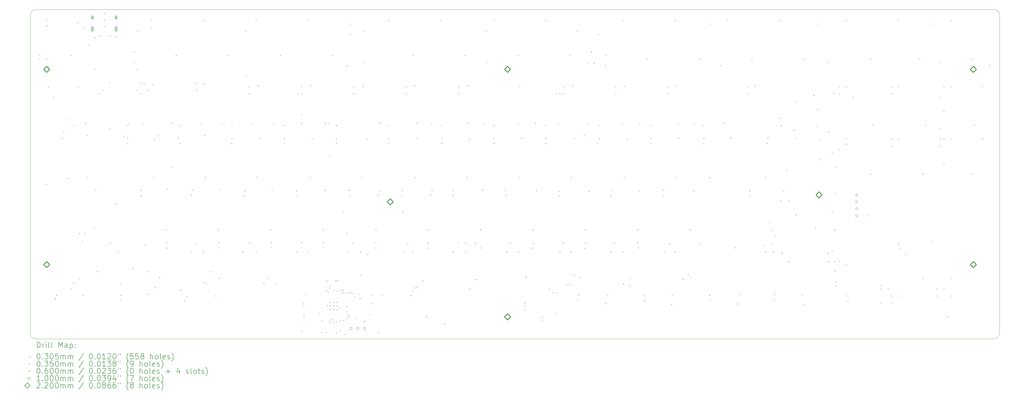
<source format=gbr>
%TF.GenerationSoftware,KiCad,Pcbnew,(6.0.7)*%
%TF.CreationDate,2022-09-11T22:01:50-05:00*%
%TF.ProjectId,PyKey87,50794b65-7938-4372-9e6b-696361645f70,rev?*%
%TF.SameCoordinates,Original*%
%TF.FileFunction,Drillmap*%
%TF.FilePolarity,Positive*%
%FSLAX45Y45*%
G04 Gerber Fmt 4.5, Leading zero omitted, Abs format (unit mm)*
G04 Created by KiCad (PCBNEW (6.0.7)) date 2022-09-11 22:01:50*
%MOMM*%
%LPD*%
G01*
G04 APERTURE LIST*
%ADD10C,0.100000*%
%ADD11C,0.099060*%
%ADD12C,0.200000*%
%ADD13C,0.030480*%
%ADD14C,0.035000*%
%ADD15C,0.060000*%
%ADD16C,0.220000*%
G04 APERTURE END LIST*
D10*
X41200000Y-4200000D02*
G75*
G03*
X41000000Y-4000000I-200000J0D01*
G01*
X41000000Y-16000000D02*
G75*
G03*
X41200000Y-15800000I0J200000D01*
G01*
X5950000Y-15800000D02*
G75*
G03*
X6150000Y-16000000I200000J0D01*
G01*
X6150000Y-4000000D02*
G75*
G03*
X5950000Y-4200000I0J-200000D01*
G01*
D11*
X6150000Y-4000000D02*
X41000000Y-4000000D01*
X6150000Y-16000000D02*
X41000000Y-16000000D01*
X41200000Y-15800000D02*
X41200000Y-4200000D01*
X5950000Y-4200000D02*
X5950000Y-15800000D01*
D12*
D13*
X6271260Y-5652260D02*
X6301740Y-5682740D01*
X6301740Y-5652260D02*
X6271260Y-5682740D01*
X6271260Y-5779260D02*
X6301740Y-5809740D01*
X6301740Y-5779260D02*
X6271260Y-5809740D01*
X6525260Y-4382260D02*
X6555740Y-4412740D01*
X6555740Y-4382260D02*
X6525260Y-4412740D01*
X6525260Y-4572760D02*
X6555740Y-4603240D01*
X6555740Y-4572760D02*
X6525260Y-4603240D01*
X6525260Y-5779260D02*
X6555740Y-5809740D01*
X6555740Y-5779260D02*
X6525260Y-5809740D01*
X6525260Y-10351260D02*
X6555740Y-10381740D01*
X6555740Y-10351260D02*
X6525260Y-10381740D01*
X6598919Y-6807960D02*
X6629399Y-6838440D01*
X6629399Y-6807960D02*
X6598919Y-6838440D01*
X6779260Y-7176260D02*
X6809740Y-7206740D01*
X6809740Y-7176260D02*
X6779260Y-7206740D01*
X6779260Y-7176260D02*
X6809740Y-7206740D01*
X6809740Y-7176260D02*
X6779260Y-7206740D01*
X6842760Y-14516860D02*
X6873240Y-14547340D01*
X6873240Y-14516860D02*
X6842760Y-14547340D01*
X6895212Y-14388972D02*
X6925692Y-14419452D01*
X6925692Y-14388972D02*
X6895212Y-14419452D01*
X7096760Y-8674860D02*
X7127240Y-8705340D01*
X7127240Y-8674860D02*
X7096760Y-8705340D01*
X7147560Y-8458960D02*
X7178040Y-8489440D01*
X7178040Y-8458960D02*
X7147560Y-8489440D01*
X7312660Y-10135360D02*
X7343140Y-10165840D01*
X7343140Y-10135360D02*
X7312660Y-10165840D01*
X7350760Y-8001760D02*
X7381240Y-8032240D01*
X7381240Y-8001760D02*
X7350760Y-8032240D01*
X7414260Y-14161042D02*
X7444740Y-14191522D01*
X7444740Y-14161042D02*
X7414260Y-14191522D01*
X7414261Y-5652261D02*
X7444741Y-5682741D01*
X7444741Y-5652261D02*
X7414261Y-5682741D01*
X7503160Y-13932660D02*
X7533640Y-13963140D01*
X7533640Y-13932660D02*
X7503160Y-13963140D01*
X7528560Y-8204960D02*
X7559040Y-8235440D01*
X7559040Y-8204960D02*
X7528560Y-8235440D01*
X7668260Y-4468760D02*
X7698740Y-4499240D01*
X7698740Y-4468760D02*
X7668260Y-4499240D01*
X7668260Y-6795260D02*
X7698740Y-6825740D01*
X7698740Y-6795260D02*
X7668260Y-6825740D01*
X7713980Y-13782800D02*
X7744460Y-13813280D01*
X7744460Y-13782800D02*
X7713980Y-13813280D01*
X7719060Y-12141960D02*
X7749540Y-12172440D01*
X7749540Y-12141960D02*
X7719060Y-12172440D01*
X7833360Y-12446760D02*
X7863840Y-12477240D01*
X7863840Y-12446760D02*
X7833360Y-12477240D01*
X7846060Y-14389860D02*
X7876540Y-14420340D01*
X7876540Y-14389860D02*
X7846060Y-14420340D01*
X7922260Y-4636260D02*
X7952740Y-4666740D01*
X7952740Y-4636260D02*
X7922260Y-4666740D01*
X7922260Y-12129260D02*
X7952740Y-12159740D01*
X7952740Y-12129260D02*
X7922260Y-12159740D01*
X7947660Y-8128760D02*
X7978140Y-8159240D01*
X7978140Y-8128760D02*
X7947660Y-8159240D01*
X7998460Y-10097260D02*
X8028940Y-10127740D01*
X8028940Y-10097260D02*
X7998460Y-10127740D01*
X8008620Y-8568180D02*
X8039100Y-8598660D01*
X8039100Y-8568180D02*
X8008620Y-8598660D01*
X8049261Y-5271260D02*
X8079741Y-5301740D01*
X8079741Y-5271260D02*
X8049261Y-5301740D01*
X8240749Y-11948919D02*
X8271229Y-11979399D01*
X8271229Y-11948919D02*
X8240749Y-11979399D01*
X8290699Y-5004699D02*
X8321179Y-5035179D01*
X8321179Y-5004699D02*
X8290699Y-5035179D01*
X8303260Y-6160260D02*
X8333740Y-6190740D01*
X8333740Y-6160260D02*
X8303260Y-6190740D01*
X8313420Y-10549380D02*
X8343900Y-10579860D01*
X8343900Y-10549380D02*
X8313420Y-10579860D01*
X8366760Y-13526260D02*
X8397240Y-13556740D01*
X8397240Y-13526260D02*
X8366760Y-13556740D01*
X8430260Y-7049260D02*
X8460740Y-7079740D01*
X8460740Y-7049260D02*
X8430260Y-7079740D01*
X8458860Y-4964060D02*
X8489340Y-4994540D01*
X8489340Y-4964060D02*
X8458860Y-4994540D01*
X8557260Y-6922260D02*
X8587740Y-6952740D01*
X8587740Y-6922260D02*
X8557260Y-6952740D01*
X8636660Y-4128260D02*
X8667140Y-4158740D01*
X8667140Y-4128260D02*
X8636660Y-4158740D01*
X8636660Y-4379860D02*
X8667140Y-4410340D01*
X8667140Y-4379860D02*
X8636660Y-4410340D01*
X8636660Y-4595760D02*
X8667140Y-4626240D01*
X8667140Y-4595760D02*
X8636660Y-4626240D01*
X8811260Y-6642860D02*
X8841740Y-6673340D01*
X8841740Y-6642860D02*
X8811260Y-6673340D01*
X8811260Y-8319260D02*
X8841740Y-8349740D01*
X8841740Y-8319260D02*
X8811260Y-8349740D01*
X8836660Y-12497560D02*
X8867140Y-12528040D01*
X8867140Y-12497560D02*
X8836660Y-12528040D01*
X8839860Y-4964060D02*
X8870340Y-4994540D01*
X8870340Y-4964060D02*
X8839860Y-4994540D01*
X9053760Y-11073960D02*
X9084240Y-11104440D01*
X9084240Y-11073960D02*
X9053760Y-11104440D01*
X9065260Y-4976760D02*
X9095740Y-5007240D01*
X9095740Y-4976760D02*
X9065260Y-5007240D01*
X9141460Y-12815060D02*
X9171940Y-12845540D01*
X9171940Y-12815060D02*
X9141460Y-12845540D01*
X9230360Y-13996160D02*
X9260840Y-14026640D01*
X9260840Y-13996160D02*
X9230360Y-14026640D01*
X9230360Y-14389860D02*
X9260840Y-14420340D01*
X9260840Y-14389860D02*
X9230360Y-14420340D01*
X9230360Y-14580360D02*
X9260840Y-14610840D01*
X9260840Y-14580360D02*
X9230360Y-14610840D01*
X9331960Y-8598660D02*
X9362440Y-8629140D01*
X9362440Y-8598660D02*
X9331960Y-8629140D01*
X9433560Y-8204960D02*
X9464040Y-8235440D01*
X9464040Y-8204960D02*
X9433560Y-8235440D01*
X9458960Y-8865360D02*
X9489440Y-8895840D01*
X9489440Y-8865360D02*
X9458960Y-8895840D01*
X9471660Y-8662160D02*
X9502140Y-8692640D01*
X9502140Y-8662160D02*
X9471660Y-8692640D01*
X9509760Y-8128760D02*
X9540240Y-8159240D01*
X9540240Y-8128760D02*
X9509760Y-8159240D01*
X9662160Y-13424660D02*
X9692640Y-13455140D01*
X9692640Y-13424660D02*
X9662160Y-13455140D01*
X9700260Y-5525250D02*
X9730740Y-5555730D01*
X9730740Y-5525250D02*
X9700260Y-5555730D01*
X9700260Y-5906260D02*
X9730740Y-5936740D01*
X9730740Y-5906260D02*
X9700260Y-5936740D01*
X9827260Y-4763260D02*
X9857740Y-4793740D01*
X9857740Y-4763260D02*
X9827260Y-4793740D01*
X9827260Y-6160260D02*
X9857740Y-6190740D01*
X9857740Y-6160260D02*
X9827260Y-6190740D01*
X9827260Y-6922260D02*
X9857740Y-6952740D01*
X9857740Y-6922260D02*
X9827260Y-6952740D01*
X9954260Y-6668260D02*
X9984740Y-6698740D01*
X9984740Y-6668260D02*
X9954260Y-6698740D01*
X9954260Y-7049250D02*
X9984740Y-7079730D01*
X9984740Y-7049250D02*
X9954260Y-7079730D01*
X9954260Y-10554460D02*
X9984740Y-10584940D01*
X9984740Y-10554460D02*
X9954260Y-10584940D01*
X9966960Y-10757660D02*
X9997440Y-10788140D01*
X9997440Y-10757660D02*
X9966960Y-10788140D01*
X10017760Y-8128760D02*
X10048240Y-8159240D01*
X10048240Y-8128760D02*
X10017760Y-8159240D01*
X10081260Y-6668260D02*
X10111740Y-6698740D01*
X10111740Y-6668260D02*
X10081260Y-6698740D01*
X10106660Y-12561060D02*
X10137140Y-12591540D01*
X10137140Y-12561060D02*
X10106660Y-12591540D01*
X10208260Y-6922260D02*
X10238740Y-6952740D01*
X10238740Y-6922260D02*
X10208260Y-6952740D01*
X10208260Y-13526260D02*
X10238740Y-13556740D01*
X10238740Y-13526260D02*
X10208260Y-13556740D01*
X10213340Y-14356840D02*
X10243820Y-14387320D01*
X10243820Y-14356840D02*
X10213340Y-14387320D01*
X10335260Y-4382260D02*
X10365740Y-4412740D01*
X10365740Y-4382260D02*
X10335260Y-4412740D01*
X10335260Y-4636260D02*
X10365740Y-4666740D01*
X10365740Y-4636260D02*
X10335260Y-4666740D01*
X10398760Y-6719060D02*
X10429240Y-6749540D01*
X10429240Y-6719060D02*
X10398760Y-6749540D01*
X10411460Y-10097260D02*
X10441940Y-10127740D01*
X10441940Y-10097260D02*
X10411460Y-10127740D01*
X10449560Y-8707880D02*
X10480040Y-8738360D01*
X10480040Y-8707880D02*
X10449560Y-8738360D01*
X10474960Y-14110460D02*
X10505440Y-14140940D01*
X10505440Y-14110460D02*
X10474960Y-14140940D01*
X10589260Y-8573260D02*
X10619740Y-8603740D01*
X10619740Y-8573260D02*
X10589260Y-8603740D01*
X10638231Y-13749276D02*
X10668711Y-13779756D01*
X10668711Y-13749276D02*
X10638231Y-13779756D01*
X10868660Y-12004801D02*
X10899140Y-12035281D01*
X10899140Y-12004801D02*
X10868660Y-12035281D01*
X10881360Y-12484860D02*
X10911840Y-12515340D01*
X10911840Y-12484860D02*
X10881360Y-12515340D01*
X10894060Y-12675360D02*
X10924540Y-12705840D01*
X10924540Y-12675360D02*
X10894060Y-12705840D01*
X10919460Y-10523980D02*
X10949940Y-10554460D01*
X10949940Y-10523980D02*
X10919460Y-10554460D01*
X11071860Y-8128760D02*
X11102340Y-8159240D01*
X11102340Y-8128760D02*
X11071860Y-8159240D01*
X11097260Y-9716260D02*
X11127740Y-9746740D01*
X11127740Y-9716260D02*
X11097260Y-9746740D01*
X11238370Y-5652260D02*
X11268850Y-5682740D01*
X11268850Y-5652260D02*
X11238370Y-5682740D01*
X11313160Y-8674860D02*
X11343640Y-8705340D01*
X11343640Y-8674860D02*
X11313160Y-8705340D01*
X11351260Y-8217660D02*
X11381740Y-8248140D01*
X11381740Y-8217660D02*
X11351260Y-8248140D01*
X11376660Y-8852660D02*
X11407140Y-8883140D01*
X11407140Y-8852660D02*
X11376660Y-8883140D01*
X11402060Y-14209519D02*
X11432540Y-14239999D01*
X11432540Y-14209519D02*
X11402060Y-14239999D01*
X11554460Y-14593060D02*
X11584940Y-14623540D01*
X11584940Y-14593060D02*
X11554460Y-14623540D01*
X11630660Y-14453360D02*
X11661140Y-14483840D01*
X11661140Y-14453360D02*
X11630660Y-14483840D01*
X11783060Y-10744960D02*
X11813540Y-10775440D01*
X11813540Y-10744960D02*
X11783060Y-10775440D01*
X11795760Y-12827760D02*
X11826240Y-12858240D01*
X11826240Y-12827760D02*
X11795760Y-12858240D01*
X11821160Y-10554460D02*
X11851640Y-10584940D01*
X11851640Y-10554460D02*
X11821160Y-10584940D01*
X11986260Y-6668260D02*
X12016740Y-6698740D01*
X12016740Y-6668260D02*
X11986260Y-6698740D01*
X11986260Y-6922260D02*
X12016740Y-6952740D01*
X12016740Y-6922260D02*
X11986260Y-6952740D01*
X11998960Y-12497560D02*
X12029440Y-12528040D01*
X12029440Y-12497560D02*
X11998960Y-12528040D01*
X12151360Y-8128760D02*
X12181840Y-8159240D01*
X12181840Y-8128760D02*
X12151360Y-8159240D01*
X12227560Y-12815060D02*
X12258040Y-12845540D01*
X12258040Y-12815060D02*
X12227560Y-12845540D01*
X12240260Y-4382260D02*
X12270740Y-4412740D01*
X12270740Y-4382260D02*
X12240260Y-4412740D01*
X12240260Y-6706360D02*
X12270740Y-6736840D01*
X12270740Y-6706360D02*
X12240260Y-6736840D01*
X12240260Y-13932663D02*
X12270740Y-13963143D01*
X12270740Y-13932663D02*
X12240260Y-13963143D01*
X12280900Y-8568180D02*
X12311380Y-8598660D01*
X12311380Y-8568180D02*
X12280900Y-8598660D01*
X12303760Y-10097260D02*
X12334240Y-10127740D01*
X12334240Y-10097260D02*
X12303760Y-10127740D01*
X12352911Y-13969879D02*
X12383391Y-14000359D01*
X12383391Y-13969879D02*
X12352911Y-14000359D01*
X12494260Y-13526260D02*
X12524740Y-13556740D01*
X12524740Y-13526260D02*
X12494260Y-13556740D01*
X12672060Y-14415260D02*
X12702540Y-14445740D01*
X12702540Y-14415260D02*
X12672060Y-14445740D01*
X12773660Y-12004801D02*
X12804140Y-12035281D01*
X12804140Y-12004801D02*
X12773660Y-12035281D01*
X12799060Y-12484860D02*
X12829540Y-12515340D01*
X12829540Y-12484860D02*
X12799060Y-12515340D01*
X12799060Y-12662660D02*
X12829540Y-12693140D01*
X12829540Y-12662660D02*
X12799060Y-12693140D01*
X12799060Y-13765020D02*
X12829540Y-13795500D01*
X12829540Y-13765020D02*
X12799060Y-13795500D01*
X12839700Y-10534140D02*
X12870180Y-10564620D01*
X12870180Y-10534140D02*
X12839700Y-10564620D01*
X12887960Y-8128760D02*
X12918440Y-8159240D01*
X12918440Y-8128760D02*
X12887960Y-8159240D01*
X13129260Y-5652260D02*
X13159740Y-5682740D01*
X13159740Y-5652260D02*
X13129260Y-5682740D01*
X13256260Y-8865360D02*
X13286740Y-8895840D01*
X13286740Y-8865360D02*
X13256260Y-8895840D01*
X13268960Y-8204960D02*
X13299440Y-8235440D01*
X13299440Y-8204960D02*
X13268960Y-8235440D01*
X13268960Y-8687560D02*
X13299440Y-8718040D01*
X13299440Y-8687560D02*
X13268960Y-8718040D01*
X13662660Y-12827760D02*
X13693140Y-12858240D01*
X13693140Y-12827760D02*
X13662660Y-12858240D01*
X13700760Y-10757660D02*
X13731240Y-10788140D01*
X13731240Y-10757660D02*
X13700760Y-10788140D01*
X13738860Y-10592560D02*
X13769340Y-10623040D01*
X13769340Y-10592560D02*
X13738860Y-10623040D01*
X13764260Y-4763260D02*
X13794740Y-4793740D01*
X13794740Y-4763260D02*
X13764260Y-4793740D01*
X13764260Y-6414260D02*
X13794740Y-6444740D01*
X13794740Y-6414260D02*
X13764260Y-6444740D01*
X13891260Y-6795260D02*
X13921740Y-6825740D01*
X13921740Y-6795260D02*
X13891260Y-6825740D01*
X13891260Y-7049260D02*
X13921740Y-7079740D01*
X13921740Y-7049260D02*
X13891260Y-7079740D01*
X13903960Y-12484860D02*
X13934440Y-12515340D01*
X13934440Y-12484860D02*
X13903960Y-12515340D01*
X13954760Y-8128760D02*
X13985240Y-8159240D01*
X13985240Y-8128760D02*
X13954760Y-8159240D01*
X14145260Y-4382260D02*
X14175740Y-4412740D01*
X14175740Y-4382260D02*
X14145260Y-4412740D01*
X14145260Y-12815060D02*
X14175740Y-12845540D01*
X14175740Y-12815060D02*
X14145260Y-12845540D01*
X14183360Y-10097260D02*
X14213840Y-10127740D01*
X14213840Y-10097260D02*
X14183360Y-10127740D01*
X14221460Y-6757160D02*
X14251940Y-6787640D01*
X14251940Y-6757160D02*
X14221460Y-6787640D01*
X14272260Y-8669780D02*
X14302740Y-8700260D01*
X14302740Y-8669780D02*
X14272260Y-8700260D01*
X14424660Y-13945360D02*
X14455140Y-13975840D01*
X14455140Y-13945360D02*
X14424660Y-13975840D01*
X14577060Y-13780260D02*
X14607540Y-13810740D01*
X14607540Y-13780260D02*
X14577060Y-13810740D01*
X14678660Y-12004801D02*
X14709140Y-12035281D01*
X14709140Y-12004801D02*
X14678660Y-12035281D01*
X14691360Y-12484860D02*
X14721840Y-12515340D01*
X14721840Y-12484860D02*
X14691360Y-12515340D01*
X14691360Y-12649960D02*
X14721840Y-12680440D01*
X14721840Y-12649960D02*
X14691360Y-12680440D01*
X14732000Y-10549380D02*
X14762480Y-10579860D01*
X14762480Y-10549380D02*
X14732000Y-10579860D01*
X14792960Y-8128760D02*
X14823440Y-8159240D01*
X14823440Y-8128760D02*
X14792960Y-8159240D01*
X14881860Y-13958060D02*
X14912340Y-13988540D01*
X14912340Y-13958060D02*
X14881860Y-13988540D01*
X15034260Y-5652260D02*
X15064740Y-5682740D01*
X15064740Y-5652260D02*
X15034260Y-5682740D01*
X15161260Y-8204960D02*
X15191740Y-8235440D01*
X15191740Y-8204960D02*
X15161260Y-8235440D01*
X15173960Y-8674860D02*
X15204440Y-8705340D01*
X15204440Y-8674860D02*
X15173960Y-8705340D01*
X15173960Y-8839960D02*
X15204440Y-8870440D01*
X15204440Y-8839960D02*
X15173960Y-8870440D01*
X15618460Y-10592560D02*
X15648940Y-10623040D01*
X15648940Y-10592560D02*
X15618460Y-10623040D01*
X15618460Y-12827760D02*
X15648940Y-12858240D01*
X15648940Y-12827760D02*
X15618460Y-12858240D01*
X15643860Y-10757660D02*
X15674340Y-10788140D01*
X15674340Y-10757660D02*
X15643860Y-10788140D01*
X15669260Y-7049260D02*
X15699740Y-7079740D01*
X15699740Y-7049260D02*
X15669260Y-7079740D01*
X15796260Y-6795260D02*
X15826740Y-6825740D01*
X15826740Y-6795260D02*
X15796260Y-6825740D01*
X15796260Y-7049260D02*
X15826740Y-7079740D01*
X15826740Y-7049260D02*
X15796260Y-7079740D01*
X15796260Y-7811260D02*
X15826740Y-7841740D01*
X15826740Y-7811260D02*
X15796260Y-7841740D01*
X15796260Y-8128760D02*
X15826740Y-8159240D01*
X15826740Y-8128760D02*
X15796260Y-8159240D01*
X15796260Y-12472160D02*
X15826740Y-12502640D01*
X15826740Y-12472160D02*
X15796260Y-12502640D01*
X15796260Y-15685260D02*
X15826740Y-15715740D01*
X15826740Y-15685260D02*
X15796260Y-15715740D01*
X15872460Y-14694660D02*
X15902940Y-14725140D01*
X15902940Y-14694660D02*
X15872460Y-14725140D01*
X15872460Y-14796260D02*
X15902940Y-14826740D01*
X15902940Y-14796260D02*
X15872460Y-14826740D01*
X15885160Y-15154401D02*
X15915640Y-15184881D01*
X15915640Y-15154401D02*
X15885160Y-15184881D01*
X15885160Y-15291560D02*
X15915640Y-15322040D01*
X15915640Y-15291560D02*
X15885160Y-15322040D01*
X15961360Y-14351760D02*
X15991840Y-14382240D01*
X15991840Y-14351760D02*
X15961360Y-14382240D01*
X16050260Y-4382260D02*
X16080740Y-4412740D01*
X16080740Y-4382260D02*
X16050260Y-4412740D01*
X16050260Y-12815060D02*
X16080740Y-12845540D01*
X16080740Y-12815060D02*
X16050260Y-12845540D01*
X16113760Y-10097260D02*
X16144240Y-10127740D01*
X16144240Y-10097260D02*
X16113760Y-10127740D01*
X16126460Y-6757160D02*
X16156940Y-6787640D01*
X16156940Y-6757160D02*
X16126460Y-6787640D01*
X16192500Y-8687560D02*
X16222980Y-8718040D01*
X16222980Y-8687560D02*
X16192500Y-8718040D01*
X16425293Y-15044293D02*
X16455773Y-15074773D01*
X16455773Y-15044293D02*
X16425293Y-15074773D01*
X16520160Y-15748760D02*
X16550640Y-15779240D01*
X16550640Y-15748760D02*
X16520160Y-15779240D01*
X16558260Y-15304260D02*
X16588740Y-15334740D01*
X16588740Y-15304260D02*
X16558260Y-15334740D01*
X16570960Y-12649960D02*
X16601440Y-12680440D01*
X16601440Y-12649960D02*
X16570960Y-12680440D01*
X16583660Y-12004801D02*
X16614140Y-12035281D01*
X16614140Y-12004801D02*
X16583660Y-12035281D01*
X16609060Y-12472160D02*
X16639540Y-12502640D01*
X16639540Y-12472160D02*
X16609060Y-12502640D01*
X16649700Y-10574780D02*
X16680180Y-10605260D01*
X16680180Y-10574780D02*
X16649700Y-10605260D01*
X16659860Y-8128760D02*
X16690340Y-8159240D01*
X16690340Y-8128760D02*
X16659860Y-8159240D01*
X16697960Y-15748760D02*
X16728440Y-15779240D01*
X16728440Y-15748760D02*
X16697960Y-15779240D01*
X16708119Y-14232382D02*
X16738599Y-14262862D01*
X16738599Y-14232382D02*
X16708119Y-14262862D01*
X16710660Y-13869160D02*
X16741140Y-13899640D01*
X16741140Y-13869160D02*
X16710660Y-13899640D01*
X16736060Y-14770860D02*
X16766540Y-14801340D01*
X16766540Y-14770860D02*
X16736060Y-14801340D01*
X16771619Y-14298603D02*
X16802099Y-14329083D01*
X16802099Y-14298603D02*
X16771619Y-14329083D01*
X16799560Y-8128760D02*
X16830040Y-8159240D01*
X16830040Y-8128760D02*
X16799560Y-8159240D01*
X16812258Y-15304260D02*
X16842738Y-15334740D01*
X16842738Y-15304260D02*
X16812258Y-15334740D01*
X16812260Y-9335260D02*
X16842740Y-9365740D01*
X16842740Y-9335260D02*
X16812260Y-9365740D01*
X16812260Y-15380461D02*
X16842740Y-15410941D01*
X16842740Y-15380461D02*
X16812260Y-15410941D01*
X16816973Y-14130383D02*
X16847453Y-14160863D01*
X16847453Y-14130383D02*
X16816973Y-14160863D01*
X16837660Y-14034260D02*
X16868140Y-14064740D01*
X16868140Y-14034260D02*
X16837660Y-14064740D01*
X16908782Y-15273780D02*
X16939262Y-15304260D01*
X16939262Y-15273780D02*
X16908782Y-15304260D01*
X16939260Y-5652260D02*
X16969740Y-5682740D01*
X16969740Y-5652260D02*
X16939260Y-5682740D01*
X16959260Y-15391260D02*
X16989740Y-15421740D01*
X16989740Y-15391260D02*
X16959260Y-15421740D01*
X16978963Y-14210248D02*
X17009443Y-14240728D01*
X17009443Y-14210248D02*
X16978963Y-14240728D01*
X17050594Y-13853910D02*
X17081074Y-13884390D01*
X17081074Y-13853910D02*
X17050594Y-13884390D01*
X17066260Y-8204960D02*
X17096740Y-8235440D01*
X17096740Y-8204960D02*
X17066260Y-8235440D01*
X17066260Y-8674860D02*
X17096740Y-8705340D01*
X17096740Y-8674860D02*
X17066260Y-8705340D01*
X17066260Y-8839960D02*
X17096740Y-8870440D01*
X17096740Y-8839960D02*
X17066260Y-8870440D01*
X17066260Y-15354260D02*
X17096740Y-15384740D01*
X17096740Y-15354260D02*
X17066260Y-15384740D01*
X17066260Y-15748760D02*
X17096740Y-15779240D01*
X17096740Y-15748760D02*
X17066260Y-15779240D01*
X17118000Y-14237460D02*
X17148480Y-14267940D01*
X17148480Y-14237460D02*
X17118000Y-14267940D01*
X17125806Y-13866152D02*
X17156286Y-13896632D01*
X17156286Y-13866152D02*
X17125806Y-13896632D01*
X17180836Y-14842871D02*
X17211316Y-14873351D01*
X17211316Y-14842871D02*
X17180836Y-14873351D01*
X17193260Y-15685260D02*
X17223740Y-15715740D01*
X17223740Y-15685260D02*
X17193260Y-15715740D01*
X17203422Y-15304260D02*
X17233902Y-15334740D01*
X17233902Y-15304260D02*
X17203422Y-15334740D01*
X17225097Y-14205797D02*
X17255577Y-14236277D01*
X17255577Y-14205797D02*
X17225097Y-14236277D01*
X17294860Y-14300960D02*
X17325340Y-14331440D01*
X17325340Y-14300960D02*
X17294860Y-14331440D01*
X17307560Y-14212060D02*
X17338040Y-14242540D01*
X17338040Y-14212060D02*
X17307560Y-14242540D01*
X17320260Y-11367260D02*
X17350740Y-11397740D01*
X17350740Y-11367260D02*
X17320260Y-11397740D01*
X17320260Y-15304260D02*
X17350740Y-15334740D01*
X17350740Y-15304260D02*
X17320260Y-15334740D01*
X17382872Y-15823307D02*
X17413352Y-15853787D01*
X17413352Y-15823307D02*
X17382872Y-15853787D01*
X17409160Y-14326360D02*
X17439640Y-14356840D01*
X17439640Y-14326360D02*
X17409160Y-14356840D01*
X17437100Y-15232632D02*
X17467580Y-15263112D01*
X17467580Y-15232632D02*
X17437100Y-15263112D01*
X17445559Y-14801134D02*
X17476039Y-14831614D01*
X17476039Y-14801134D02*
X17445559Y-14831614D01*
X17445559Y-14986613D02*
X17476039Y-15017093D01*
X17476039Y-14986613D02*
X17445559Y-15017093D01*
X17447260Y-12129260D02*
X17477740Y-12159740D01*
X17477740Y-12129260D02*
X17447260Y-12159740D01*
X17447261Y-6033260D02*
X17477741Y-6063740D01*
X17477741Y-6033260D02*
X17447261Y-6063740D01*
X17474615Y-15113760D02*
X17505095Y-15144240D01*
X17505095Y-15113760D02*
X17474615Y-15144240D01*
X17498060Y-14300960D02*
X17528540Y-14331440D01*
X17528540Y-14300960D02*
X17498060Y-14331440D01*
X17510760Y-12827760D02*
X17541240Y-12858240D01*
X17541240Y-12827760D02*
X17510760Y-12858240D01*
X17523460Y-10567160D02*
X17553940Y-10597640D01*
X17553940Y-10567160D02*
X17523460Y-10597640D01*
X17529381Y-15177260D02*
X17559861Y-15207740D01*
X17559861Y-15177260D02*
X17529381Y-15207740D01*
X17548860Y-10757660D02*
X17579340Y-10788140D01*
X17579340Y-10757660D02*
X17548860Y-10788140D01*
X17574260Y-4509260D02*
X17604740Y-4539740D01*
X17604740Y-4509260D02*
X17574260Y-4539740D01*
X17574260Y-4890260D02*
X17604740Y-4920740D01*
X17604740Y-4890260D02*
X17574260Y-4920740D01*
X17599660Y-14300960D02*
X17630140Y-14331440D01*
X17630140Y-14300960D02*
X17599660Y-14331440D01*
X17650460Y-12484860D02*
X17680940Y-12515340D01*
X17680940Y-12484860D02*
X17650460Y-12515340D01*
X17675860Y-14313660D02*
X17706340Y-14344140D01*
X17706340Y-14313660D02*
X17675860Y-14344140D01*
X17703801Y-6795260D02*
X17734281Y-6825740D01*
X17734281Y-6795260D02*
X17703801Y-6825740D01*
X17703801Y-7049260D02*
X17734281Y-7079740D01*
X17734281Y-7049260D02*
X17703801Y-7079740D01*
X17723167Y-14437167D02*
X17753647Y-14467647D01*
X17753647Y-14437167D02*
X17723167Y-14467647D01*
X17790160Y-15240760D02*
X17820640Y-15271240D01*
X17820640Y-15240760D02*
X17790160Y-15271240D01*
X17876939Y-14362339D02*
X17907419Y-14392819D01*
X17907419Y-14362339D02*
X17876939Y-14392819D01*
X17929477Y-14503777D02*
X17959957Y-14534257D01*
X17959957Y-14503777D02*
X17929477Y-14534257D01*
X17942560Y-12815060D02*
X17973040Y-12845540D01*
X17973040Y-12815060D02*
X17942560Y-12845540D01*
X17955260Y-13653260D02*
X17985740Y-13683740D01*
X17985740Y-13653260D02*
X17955260Y-13683740D01*
X18006060Y-10097260D02*
X18036540Y-10127740D01*
X18036540Y-10097260D02*
X18006060Y-10127740D01*
X18044160Y-6769860D02*
X18074640Y-6800340D01*
X18074640Y-6769860D02*
X18044160Y-6800340D01*
X18076213Y-15334738D02*
X18106693Y-15365218D01*
X18106693Y-15334738D02*
X18076213Y-15365218D01*
X18082260Y-4763260D02*
X18112740Y-4793740D01*
X18112740Y-4763260D02*
X18082260Y-4793740D01*
X18082260Y-5906260D02*
X18112740Y-5936740D01*
X18112740Y-5906260D02*
X18082260Y-5936740D01*
X18183860Y-8700260D02*
X18214340Y-8730740D01*
X18214340Y-8700260D02*
X18183860Y-8730740D01*
X18194019Y-12891260D02*
X18224499Y-12921740D01*
X18224499Y-12891260D02*
X18194019Y-12921740D01*
X18282919Y-15088360D02*
X18313399Y-15118840D01*
X18313399Y-15088360D02*
X18282919Y-15118840D01*
X18348960Y-14377160D02*
X18379440Y-14407640D01*
X18379440Y-14377160D02*
X18348960Y-14407640D01*
X18361660Y-14694660D02*
X18392140Y-14725140D01*
X18392140Y-14694660D02*
X18361660Y-14725140D01*
X18488660Y-12459460D02*
X18519140Y-12489940D01*
X18519140Y-12459460D02*
X18488660Y-12489940D01*
X18501360Y-12004801D02*
X18531840Y-12035281D01*
X18531840Y-12004801D02*
X18501360Y-12035281D01*
X18501360Y-12675360D02*
X18531840Y-12705840D01*
X18531840Y-12675360D02*
X18501360Y-12705840D01*
X18590260Y-10732260D02*
X18620740Y-10762740D01*
X18620740Y-10732260D02*
X18590260Y-10762740D01*
X18597978Y-15752978D02*
X18628458Y-15783458D01*
X18628458Y-15752978D02*
X18597978Y-15783458D01*
X18641060Y-8128760D02*
X18671540Y-8159240D01*
X18671540Y-8128760D02*
X18641060Y-8159240D01*
X18653760Y-10592560D02*
X18684240Y-10623040D01*
X18684240Y-10592560D02*
X18653760Y-10623040D01*
X18742660Y-14389860D02*
X18773140Y-14420340D01*
X18773140Y-14389860D02*
X18742660Y-14420340D01*
X18958560Y-8687560D02*
X18989040Y-8718040D01*
X18989040Y-8687560D02*
X18958560Y-8718040D01*
X18971260Y-4382260D02*
X19001740Y-4412740D01*
X19001740Y-4382260D02*
X18971260Y-4412740D01*
X18971260Y-8852660D02*
X19001740Y-8883140D01*
X19001740Y-8852660D02*
X18971260Y-8883140D01*
X18983960Y-8204960D02*
X19014440Y-8235440D01*
X19014440Y-8204960D02*
X18983960Y-8235440D01*
X19456401Y-10582730D02*
X19486881Y-10613210D01*
X19486881Y-10582730D02*
X19456401Y-10613210D01*
X19456401Y-10757660D02*
X19486881Y-10788140D01*
X19486881Y-10757660D02*
X19456401Y-10788140D01*
X19479260Y-11367260D02*
X19509740Y-11397740D01*
X19509740Y-11367260D02*
X19479260Y-11397740D01*
X19491960Y-12827760D02*
X19522440Y-12858240D01*
X19522440Y-12827760D02*
X19491960Y-12858240D01*
X19606260Y-6795260D02*
X19636740Y-6825740D01*
X19636740Y-6795260D02*
X19606260Y-6825740D01*
X19606260Y-7049260D02*
X19636740Y-7079740D01*
X19636740Y-7049260D02*
X19606260Y-7079740D01*
X19657060Y-12510260D02*
X19687540Y-12540740D01*
X19687540Y-12510260D02*
X19657060Y-12540740D01*
X19784060Y-14402560D02*
X19814540Y-14433040D01*
X19814540Y-14402560D02*
X19784060Y-14433040D01*
X19822160Y-14250160D02*
X19852640Y-14280640D01*
X19852640Y-14250160D02*
X19822160Y-14280640D01*
X19847560Y-12812519D02*
X19878040Y-12842999D01*
X19878040Y-12812519D02*
X19847560Y-12842999D01*
X19860260Y-5652260D02*
X19890740Y-5682740D01*
X19890740Y-5652260D02*
X19860260Y-5682740D01*
X19911060Y-6757160D02*
X19941540Y-6787640D01*
X19941540Y-6757160D02*
X19911060Y-6787640D01*
X19919105Y-14120619D02*
X19949585Y-14151099D01*
X19949585Y-14120619D02*
X19919105Y-14151099D01*
X19923760Y-10097260D02*
X19954240Y-10127740D01*
X19954240Y-10097260D02*
X19923760Y-10127740D01*
X19987260Y-8128760D02*
X20017740Y-8159240D01*
X20017740Y-8128760D02*
X19987260Y-8159240D01*
X19999960Y-8672320D02*
X20030440Y-8702800D01*
X20030440Y-8672320D02*
X19999960Y-8702800D01*
X20007393Y-14116492D02*
X20037873Y-14146972D01*
X20037873Y-14116492D02*
X20007393Y-14146972D01*
X20211163Y-13874232D02*
X20241643Y-13904712D01*
X20241643Y-13874232D02*
X20211163Y-13904712D01*
X20342860Y-15164560D02*
X20373340Y-15195040D01*
X20373340Y-15164560D02*
X20342860Y-15195040D01*
X20393660Y-12004801D02*
X20424140Y-12035281D01*
X20424140Y-12004801D02*
X20393660Y-12035281D01*
X20406360Y-12484860D02*
X20436840Y-12515340D01*
X20436840Y-12484860D02*
X20406360Y-12515340D01*
X20431760Y-12675360D02*
X20462240Y-12705840D01*
X20462240Y-12675360D02*
X20431760Y-12705840D01*
X20495260Y-10732260D02*
X20525740Y-10762740D01*
X20525740Y-10732260D02*
X20495260Y-10762740D01*
X20533360Y-8128760D02*
X20563840Y-8159240D01*
X20563840Y-8128760D02*
X20533360Y-8159240D01*
X20546060Y-10567160D02*
X20576540Y-10597640D01*
X20576540Y-10567160D02*
X20546060Y-10597640D01*
X20876260Y-4382260D02*
X20906740Y-4412740D01*
X20906740Y-4382260D02*
X20876260Y-4412740D01*
X20888960Y-8204960D02*
X20919440Y-8235440D01*
X20919440Y-8204960D02*
X20888960Y-8235440D01*
X20898560Y-8671760D02*
X20929040Y-8702240D01*
X20929040Y-8671760D02*
X20898560Y-8702240D01*
X20901660Y-8839960D02*
X20932140Y-8870440D01*
X20932140Y-8839960D02*
X20901660Y-8870440D01*
X21003260Y-15431260D02*
X21033740Y-15461740D01*
X21033740Y-15431260D02*
X21003260Y-15461740D01*
X21308060Y-10579860D02*
X21338540Y-10610340D01*
X21338540Y-10579860D02*
X21308060Y-10610340D01*
X21308060Y-10744960D02*
X21338540Y-10775440D01*
X21338540Y-10744960D02*
X21308060Y-10775440D01*
X21308060Y-12827760D02*
X21338540Y-12858240D01*
X21338540Y-12827760D02*
X21308060Y-12858240D01*
X21498560Y-12472160D02*
X21529040Y-12502640D01*
X21529040Y-12472160D02*
X21498560Y-12502640D01*
X21511260Y-6795260D02*
X21541740Y-6825740D01*
X21541740Y-6795260D02*
X21511260Y-6825740D01*
X21511260Y-7049260D02*
X21541740Y-7079740D01*
X21541740Y-7049260D02*
X21511260Y-7079740D01*
X21751149Y-5652260D02*
X21781629Y-5682740D01*
X21781629Y-5652260D02*
X21751149Y-5682740D01*
X21765260Y-12497560D02*
X21795740Y-12528040D01*
X21795740Y-12497560D02*
X21765260Y-12528040D01*
X21765260Y-12815060D02*
X21795740Y-12845540D01*
X21795740Y-12815060D02*
X21765260Y-12845540D01*
X21816060Y-10097260D02*
X21846540Y-10127740D01*
X21846540Y-10097260D02*
X21816060Y-10127740D01*
X21841460Y-8128760D02*
X21871940Y-8159240D01*
X21871940Y-8128760D02*
X21841460Y-8159240D01*
X21854160Y-6769860D02*
X21884640Y-6800340D01*
X21884640Y-6769860D02*
X21854160Y-6800340D01*
X21907500Y-8695180D02*
X21937980Y-8725660D01*
X21937980Y-8695180D02*
X21907500Y-8725660D01*
X21917660Y-14161260D02*
X21948140Y-14191740D01*
X21948140Y-14161260D02*
X21917660Y-14191740D01*
X22120860Y-12497560D02*
X22151340Y-12528040D01*
X22151340Y-12497560D02*
X22120860Y-12528040D01*
X22146260Y-13818360D02*
X22176740Y-13848840D01*
X22176740Y-13818360D02*
X22146260Y-13848840D01*
X22311360Y-12004801D02*
X22341840Y-12035281D01*
X22341840Y-12004801D02*
X22311360Y-12035281D01*
X22324060Y-12662660D02*
X22354540Y-12693140D01*
X22354540Y-12662660D02*
X22324060Y-12693140D01*
X22385020Y-10567160D02*
X22415500Y-10597640D01*
X22415500Y-10567160D02*
X22385020Y-10597640D01*
X22438360Y-8128760D02*
X22468840Y-8159240D01*
X22468840Y-8128760D02*
X22438360Y-8159240D01*
X22527260Y-4763260D02*
X22557740Y-4793740D01*
X22557740Y-4763260D02*
X22527260Y-4793740D01*
X22527260Y-5906260D02*
X22557740Y-5936740D01*
X22557740Y-5906260D02*
X22527260Y-5936740D01*
X22781260Y-4382260D02*
X22811740Y-4412740D01*
X22811740Y-4382260D02*
X22781260Y-4412740D01*
X22781260Y-8204960D02*
X22811740Y-8235440D01*
X22811740Y-8204960D02*
X22781260Y-8235440D01*
X22781260Y-8674860D02*
X22811740Y-8705340D01*
X22811740Y-8674860D02*
X22781260Y-8705340D01*
X22793960Y-8852660D02*
X22824440Y-8883140D01*
X22824440Y-8852660D02*
X22793960Y-8883140D01*
X23213060Y-10567160D02*
X23243540Y-10597640D01*
X23243540Y-10567160D02*
X23213060Y-10597640D01*
X23238460Y-10732260D02*
X23268940Y-10762740D01*
X23268940Y-10732260D02*
X23238460Y-10762740D01*
X23263860Y-12827760D02*
X23294340Y-12858240D01*
X23294340Y-12827760D02*
X23263860Y-12858240D01*
X23390860Y-12484860D02*
X23421340Y-12515340D01*
X23421340Y-12484860D02*
X23390860Y-12515340D01*
X23670260Y-5652260D02*
X23700740Y-5682740D01*
X23700740Y-5652260D02*
X23670260Y-5682740D01*
X23682960Y-8128760D02*
X23713440Y-8159240D01*
X23713440Y-8128760D02*
X23682960Y-8159240D01*
X23682960Y-12815060D02*
X23713440Y-12845540D01*
X23713440Y-12815060D02*
X23682960Y-12845540D01*
X23721060Y-10097260D02*
X23751540Y-10127740D01*
X23751540Y-10097260D02*
X23721060Y-10127740D01*
X23733760Y-6782560D02*
X23764240Y-6813040D01*
X23764240Y-6782560D02*
X23733760Y-6813040D01*
X23817580Y-8669780D02*
X23848060Y-8700260D01*
X23848060Y-8669780D02*
X23817580Y-8700260D01*
X23924260Y-14669260D02*
X23954740Y-14699740D01*
X23954740Y-14669260D02*
X23924260Y-14699740D01*
X23924260Y-14796260D02*
X23954740Y-14826740D01*
X23954740Y-14796260D02*
X23924260Y-14826740D01*
X23924260Y-14923260D02*
X23954740Y-14953740D01*
X23954740Y-14923260D02*
X23924260Y-14953740D01*
X23957134Y-13727558D02*
X23987614Y-13758038D01*
X23987614Y-13727558D02*
X23957134Y-13758038D01*
X24203660Y-12675360D02*
X24234140Y-12705840D01*
X24234140Y-12675360D02*
X24203660Y-12705840D01*
X24216360Y-12004801D02*
X24246840Y-12035281D01*
X24246840Y-12004801D02*
X24216360Y-12035281D01*
X24229060Y-12497560D02*
X24259540Y-12528040D01*
X24259540Y-12497560D02*
X24229060Y-12528040D01*
X24305260Y-8128760D02*
X24335740Y-8159240D01*
X24335740Y-8128760D02*
X24305260Y-8159240D01*
X24343360Y-10579860D02*
X24373840Y-10610340D01*
X24373840Y-10579860D02*
X24343360Y-10610340D01*
X24559260Y-15177260D02*
X24589740Y-15207740D01*
X24589740Y-15177260D02*
X24559260Y-15207740D01*
X24559260Y-15304260D02*
X24589740Y-15334740D01*
X24589740Y-15304260D02*
X24559260Y-15334740D01*
X24673560Y-8204960D02*
X24704040Y-8235440D01*
X24704040Y-8204960D02*
X24673560Y-8235440D01*
X24673560Y-8674860D02*
X24704040Y-8705340D01*
X24704040Y-8674860D02*
X24673560Y-8705340D01*
X24686260Y-4382260D02*
X24716740Y-4412740D01*
X24716740Y-4382260D02*
X24686260Y-4412740D01*
X24686260Y-8865360D02*
X24716740Y-8895840D01*
X24716740Y-8865360D02*
X24686260Y-8895840D01*
X24813260Y-14161260D02*
X24843740Y-14191740D01*
X24843740Y-14161260D02*
X24813260Y-14191740D01*
X24940260Y-14288262D02*
X24970740Y-14318742D01*
X24970740Y-14288262D02*
X24940260Y-14318742D01*
X25067260Y-7049260D02*
X25097740Y-7079740D01*
X25097740Y-7049260D02*
X25067260Y-7079740D01*
X25067260Y-14306044D02*
X25097740Y-14336524D01*
X25097740Y-14306044D02*
X25067260Y-14336524D01*
X25067260Y-15050260D02*
X25097740Y-15080740D01*
X25097740Y-15050260D02*
X25067260Y-15080740D01*
X25130758Y-8128760D02*
X25161238Y-8159240D01*
X25161238Y-8128760D02*
X25130758Y-8159240D01*
X25168860Y-10605260D02*
X25199340Y-10635740D01*
X25199340Y-10605260D02*
X25168860Y-10635740D01*
X25168860Y-10757660D02*
X25199340Y-10788140D01*
X25199340Y-10757660D02*
X25168860Y-10788140D01*
X25194260Y-7049260D02*
X25224740Y-7079740D01*
X25224740Y-7049260D02*
X25194260Y-7079740D01*
X25194260Y-12827760D02*
X25224740Y-12858240D01*
X25224740Y-12827760D02*
X25194260Y-12858240D01*
X25308560Y-12484860D02*
X25339040Y-12515340D01*
X25339040Y-12484860D02*
X25308560Y-12515340D01*
X25321260Y-6795260D02*
X25351740Y-6825740D01*
X25351740Y-6795260D02*
X25321260Y-6825740D01*
X25321260Y-7049260D02*
X25351740Y-7079740D01*
X25351740Y-7049260D02*
X25321260Y-7079740D01*
X25448260Y-14011400D02*
X25478740Y-14041880D01*
X25478740Y-14011400D02*
X25448260Y-14041880D01*
X25569158Y-14011400D02*
X25599638Y-14041880D01*
X25599638Y-14011400D02*
X25569158Y-14041880D01*
X25575260Y-5652260D02*
X25605740Y-5682740D01*
X25605740Y-5652260D02*
X25575260Y-5682740D01*
X25587960Y-12815060D02*
X25618440Y-12845540D01*
X25618440Y-12815060D02*
X25587960Y-12845540D01*
X25613360Y-10097260D02*
X25643840Y-10127740D01*
X25643840Y-10097260D02*
X25613360Y-10127740D01*
X25664160Y-6757160D02*
X25694640Y-6787640D01*
X25694640Y-6757160D02*
X25664160Y-6787640D01*
X25702260Y-13653260D02*
X25732740Y-13683740D01*
X25732740Y-13653260D02*
X25702260Y-13683740D01*
X25720040Y-8682480D02*
X25750520Y-8712960D01*
X25750520Y-8682480D02*
X25720040Y-8712960D01*
X25829260Y-4763260D02*
X25859740Y-4793740D01*
X25859740Y-4763260D02*
X25829260Y-4793740D01*
X25841960Y-14580360D02*
X25872440Y-14610840D01*
X25872440Y-14580360D02*
X25841960Y-14610840D01*
X25880060Y-14377160D02*
X25910540Y-14407640D01*
X25910540Y-14377160D02*
X25880060Y-14407640D01*
X25905460Y-13749776D02*
X25935940Y-13780256D01*
X25935940Y-13749776D02*
X25905460Y-13780256D01*
X26083260Y-8573260D02*
X26113740Y-8603740D01*
X26113740Y-8573260D02*
X26083260Y-8603740D01*
X26095960Y-12675360D02*
X26126440Y-12705840D01*
X26126440Y-12675360D02*
X26095960Y-12705840D01*
X26108660Y-12004801D02*
X26139140Y-12035281D01*
X26139140Y-12004801D02*
X26108660Y-12035281D01*
X26137160Y-12481760D02*
X26167640Y-12512240D01*
X26167640Y-12481760D02*
X26137160Y-12512240D01*
X26210260Y-5918270D02*
X26240740Y-5948750D01*
X26240740Y-5918270D02*
X26210260Y-5948750D01*
X26222960Y-8128760D02*
X26253440Y-8159240D01*
X26253440Y-8128760D02*
X26222960Y-8159240D01*
X26248360Y-10605260D02*
X26278840Y-10635740D01*
X26278840Y-10605260D02*
X26248360Y-10635740D01*
X26337260Y-5522720D02*
X26367740Y-5553200D01*
X26367740Y-5522720D02*
X26337260Y-5553200D01*
X26433779Y-5936741D02*
X26464259Y-5967221D01*
X26464259Y-5936741D02*
X26433779Y-5967221D01*
X26553160Y-8839960D02*
X26583640Y-8870440D01*
X26583640Y-8839960D02*
X26553160Y-8870440D01*
X26591260Y-4890260D02*
X26621740Y-4920740D01*
X26621740Y-4890260D02*
X26591260Y-4920740D01*
X26603960Y-8204960D02*
X26634440Y-8235440D01*
X26634440Y-8204960D02*
X26603960Y-8235440D01*
X26616660Y-8687560D02*
X26647140Y-8718040D01*
X26647140Y-8687560D02*
X26616660Y-8718040D01*
X26845260Y-5652260D02*
X26875740Y-5682740D01*
X26875740Y-5652260D02*
X26845260Y-5682740D01*
X26845260Y-6033260D02*
X26875740Y-6063740D01*
X26875740Y-6033260D02*
X26845260Y-6063740D01*
X26857960Y-14694660D02*
X26888440Y-14725140D01*
X26888440Y-14694660D02*
X26857960Y-14725140D01*
X26934160Y-14402560D02*
X26964640Y-14433040D01*
X26964640Y-14402560D02*
X26934160Y-14433040D01*
X27048460Y-10757660D02*
X27078940Y-10788140D01*
X27078940Y-10757660D02*
X27048460Y-10788140D01*
X27048460Y-12827760D02*
X27078940Y-12858240D01*
X27078940Y-12827760D02*
X27048460Y-12858240D01*
X27061160Y-10567160D02*
X27091640Y-10597640D01*
X27091640Y-10567160D02*
X27061160Y-10597640D01*
X27175460Y-12484860D02*
X27205940Y-12515340D01*
X27205940Y-12484860D02*
X27175460Y-12515340D01*
X27228801Y-6795260D02*
X27259281Y-6825740D01*
X27259281Y-6795260D02*
X27228801Y-6825740D01*
X27228801Y-7049260D02*
X27259281Y-7079740D01*
X27259281Y-7049260D02*
X27228801Y-7079740D01*
X27442160Y-8128760D02*
X27472640Y-8159240D01*
X27472640Y-8128760D02*
X27442160Y-8159240D01*
X27480260Y-4382260D02*
X27510740Y-4412740D01*
X27510740Y-4382260D02*
X27480260Y-4412740D01*
X27480260Y-12815060D02*
X27510740Y-12845540D01*
X27510740Y-12815060D02*
X27480260Y-12845540D01*
X27503120Y-13983463D02*
X27533600Y-14013943D01*
X27533600Y-13983463D02*
X27503120Y-14013943D01*
X27531060Y-10097260D02*
X27561540Y-10127740D01*
X27561540Y-10097260D02*
X27531060Y-10127740D01*
X27553360Y-6766760D02*
X27583840Y-6797240D01*
X27583840Y-6766760D02*
X27553360Y-6797240D01*
X27632660Y-8700260D02*
X27663140Y-8730740D01*
X27663140Y-8700260D02*
X27632660Y-8730740D01*
X27734260Y-14034260D02*
X27764740Y-14064740D01*
X27764740Y-14034260D02*
X27734260Y-14064740D01*
X27759660Y-13780257D02*
X27790140Y-13810737D01*
X27790140Y-13780257D02*
X27759660Y-13810737D01*
X28013660Y-12472160D02*
X28044140Y-12502640D01*
X28044140Y-12472160D02*
X28013660Y-12502640D01*
X28026360Y-12004801D02*
X28056840Y-12035281D01*
X28056840Y-12004801D02*
X28026360Y-12035281D01*
X28051760Y-12662660D02*
X28082240Y-12693140D01*
X28082240Y-12662660D02*
X28051760Y-12693140D01*
X28074620Y-10587480D02*
X28105100Y-10617960D01*
X28105100Y-10587480D02*
X28074620Y-10617960D01*
X28102560Y-8128760D02*
X28133040Y-8159240D01*
X28133040Y-8128760D02*
X28102560Y-8159240D01*
X28280360Y-14402560D02*
X28310840Y-14433040D01*
X28310840Y-14402560D02*
X28280360Y-14433040D01*
X28280360Y-14593060D02*
X28310840Y-14623540D01*
X28310840Y-14593060D02*
X28280360Y-14623540D01*
X28369260Y-5779260D02*
X28399740Y-5809740D01*
X28399740Y-5779260D02*
X28369260Y-5809740D01*
X28496260Y-8852660D02*
X28526740Y-8883140D01*
X28526740Y-8852660D02*
X28496260Y-8883140D01*
X28500070Y-8204960D02*
X28530550Y-8235440D01*
X28530550Y-8204960D02*
X28500070Y-8235440D01*
X28508960Y-8662160D02*
X28539440Y-8692640D01*
X28539440Y-8662160D02*
X28508960Y-8692640D01*
X28953460Y-10757660D02*
X28983940Y-10788140D01*
X28983940Y-10757660D02*
X28953460Y-10788140D01*
X28966160Y-10554460D02*
X28996640Y-10584940D01*
X28996640Y-10554460D02*
X28966160Y-10584940D01*
X29016960Y-12827760D02*
X29047440Y-12858240D01*
X29047440Y-12827760D02*
X29016960Y-12858240D01*
X29131260Y-6795260D02*
X29161740Y-6825740D01*
X29161740Y-6795260D02*
X29131260Y-6825740D01*
X29131260Y-7049260D02*
X29161740Y-7079740D01*
X29161740Y-7049260D02*
X29131260Y-7079740D01*
X29194760Y-12510260D02*
X29225240Y-12540740D01*
X29225240Y-12510260D02*
X29194760Y-12540740D01*
X29258260Y-14732760D02*
X29288740Y-14763240D01*
X29288740Y-14732760D02*
X29258260Y-14763240D01*
X29283660Y-14389860D02*
X29314140Y-14420340D01*
X29314140Y-14389860D02*
X29283660Y-14420340D01*
X29385260Y-4382260D02*
X29415740Y-4412740D01*
X29415740Y-4382260D02*
X29385260Y-4412740D01*
X29385260Y-12815060D02*
X29415740Y-12845540D01*
X29415740Y-12815060D02*
X29385260Y-12845540D01*
X29423360Y-6757160D02*
X29453840Y-6787640D01*
X29453840Y-6757160D02*
X29423360Y-6787640D01*
X29436060Y-10097260D02*
X29466540Y-10127740D01*
X29466540Y-10097260D02*
X29436060Y-10127740D01*
X29499560Y-8128760D02*
X29530040Y-8159240D01*
X29530040Y-8128760D02*
X29499560Y-8159240D01*
X29522420Y-8669780D02*
X29552900Y-8700260D01*
X29552900Y-8669780D02*
X29522420Y-8700260D01*
X29677360Y-13805660D02*
X29707840Y-13836140D01*
X29707840Y-13805660D02*
X29677360Y-13836140D01*
X29870399Y-13653260D02*
X29900879Y-13683740D01*
X29900879Y-13653260D02*
X29870399Y-13683740D01*
X29931360Y-12004801D02*
X29961840Y-12035281D01*
X29961840Y-12004801D02*
X29931360Y-12035281D01*
X29944505Y-13762516D02*
X29974985Y-13792996D01*
X29974985Y-13762516D02*
X29944505Y-13792996D01*
X30058360Y-10579860D02*
X30088840Y-10610340D01*
X30088840Y-10579860D02*
X30058360Y-10610340D01*
X30083760Y-8128760D02*
X30114240Y-8159240D01*
X30114240Y-8128760D02*
X30083760Y-8159240D01*
X30274260Y-12510260D02*
X30304740Y-12540740D01*
X30304740Y-12510260D02*
X30274260Y-12540740D01*
X30274264Y-5779260D02*
X30304744Y-5809740D01*
X30304744Y-5779260D02*
X30274264Y-5809740D01*
X30388560Y-8204960D02*
X30419040Y-8235440D01*
X30419040Y-8204960D02*
X30388560Y-8235440D01*
X30413960Y-8865360D02*
X30444440Y-8895840D01*
X30444440Y-8865360D02*
X30413960Y-8895840D01*
X30436260Y-8671760D02*
X30466740Y-8702240D01*
X30466740Y-8671760D02*
X30436260Y-8702240D01*
X30642560Y-14389860D02*
X30673040Y-14420340D01*
X30673040Y-14389860D02*
X30642560Y-14420340D01*
X30655260Y-4509260D02*
X30685740Y-4539740D01*
X30685740Y-4509260D02*
X30655260Y-4539740D01*
X30655260Y-10109960D02*
X30685740Y-10140440D01*
X30685740Y-10109960D02*
X30655260Y-10140440D01*
X30667960Y-14580360D02*
X30698440Y-14610840D01*
X30698440Y-14580360D02*
X30667960Y-14610840D01*
X31036260Y-6033260D02*
X31066740Y-6063740D01*
X31066740Y-6033260D02*
X31036260Y-6063740D01*
X31145809Y-8121576D02*
X31176289Y-8152056D01*
X31176289Y-8121576D02*
X31145809Y-8152056D01*
X31290260Y-4382260D02*
X31320740Y-4412740D01*
X31320740Y-4382260D02*
X31290260Y-4412740D01*
X31414720Y-8667240D02*
X31445200Y-8697720D01*
X31445200Y-8667240D02*
X31414720Y-8697720D01*
X31582360Y-12662660D02*
X31612840Y-12693140D01*
X31612840Y-12662660D02*
X31582360Y-12693140D01*
X31671260Y-14707360D02*
X31701740Y-14737840D01*
X31701740Y-14707360D02*
X31671260Y-14737840D01*
X31734760Y-14364460D02*
X31765240Y-14394940D01*
X31765240Y-14364460D02*
X31734760Y-14394940D01*
X32052260Y-6795260D02*
X32082740Y-6825740D01*
X32082740Y-6795260D02*
X32052260Y-6825740D01*
X32052260Y-7049260D02*
X32082740Y-7079740D01*
X32082740Y-7049260D02*
X32052260Y-7079740D01*
X32090360Y-10770360D02*
X32120840Y-10800840D01*
X32120840Y-10770360D02*
X32090360Y-10800840D01*
X32103060Y-10592560D02*
X32133540Y-10623040D01*
X32133540Y-10592560D02*
X32103060Y-10623040D01*
X32179260Y-5779260D02*
X32209740Y-5809740D01*
X32209740Y-5779260D02*
X32179260Y-5809740D01*
X32293560Y-6769860D02*
X32324040Y-6800340D01*
X32324040Y-6769860D02*
X32293560Y-6800340D01*
X32623760Y-12573760D02*
X32654240Y-12604240D01*
X32654240Y-12573760D02*
X32623760Y-12604240D01*
X32687260Y-10097260D02*
X32717740Y-10127740D01*
X32717740Y-10097260D02*
X32687260Y-10127740D01*
X32687260Y-12827760D02*
X32717740Y-12858240D01*
X32717740Y-12827760D02*
X32687260Y-12858240D01*
X32725360Y-8852660D02*
X32755840Y-8883140D01*
X32755840Y-8852660D02*
X32725360Y-8883140D01*
X32763460Y-8662160D02*
X32793940Y-8692640D01*
X32793940Y-8662160D02*
X32763460Y-8692640D01*
X32816800Y-11730480D02*
X32847280Y-11760960D01*
X32847280Y-11730480D02*
X32816800Y-11760960D01*
X32905700Y-12522960D02*
X32936180Y-12553440D01*
X32936180Y-12522960D02*
X32905700Y-12553440D01*
X32936180Y-12009880D02*
X32966660Y-12040360D01*
X32966660Y-12009880D02*
X32936180Y-12040360D01*
X32953960Y-12807439D02*
X32984440Y-12837919D01*
X32984440Y-12807439D02*
X32953960Y-12837919D01*
X32992060Y-14580360D02*
X33022540Y-14610840D01*
X33022540Y-14580360D02*
X32992060Y-14610840D01*
X33004760Y-14364460D02*
X33035240Y-14394940D01*
X33035240Y-14364460D02*
X33004760Y-14394940D01*
X33027620Y-12248640D02*
X33058100Y-12279120D01*
X33058100Y-12248640D02*
X33027620Y-12279120D01*
X33195260Y-4382260D02*
X33225740Y-4412740D01*
X33225740Y-4382260D02*
X33195260Y-4412740D01*
X33195260Y-7938260D02*
X33225740Y-7968740D01*
X33225740Y-7938260D02*
X33195260Y-7968740D01*
X33230820Y-10958320D02*
X33261300Y-10988800D01*
X33261300Y-10958320D02*
X33230820Y-10988800D01*
X33246060Y-8204960D02*
X33276540Y-8235440D01*
X33276540Y-8204960D02*
X33246060Y-8235440D01*
X33276540Y-12848080D02*
X33307020Y-12878560D01*
X33307020Y-12848080D02*
X33276540Y-12878560D01*
X33342580Y-10607800D02*
X33373060Y-10638280D01*
X33373060Y-10607800D02*
X33342580Y-10638280D01*
X33449260Y-9843260D02*
X33479740Y-9873740D01*
X33479740Y-9843260D02*
X33449260Y-9873740D01*
X33520380Y-13168120D02*
X33550860Y-13198600D01*
X33550860Y-13168120D02*
X33520380Y-13198600D01*
X33525460Y-10943080D02*
X33555940Y-10973560D01*
X33555940Y-10943080D02*
X33525460Y-10973560D01*
X33703260Y-8382760D02*
X33733740Y-8413240D01*
X33733740Y-8382760D02*
X33703260Y-8413240D01*
X33785810Y-8681210D02*
X33816290Y-8711690D01*
X33816290Y-8681210D02*
X33785810Y-8711690D01*
X33792160Y-7341360D02*
X33822640Y-7371840D01*
X33822640Y-7341360D02*
X33792160Y-7371840D01*
X33792160Y-11468860D02*
X33822640Y-11499340D01*
X33822640Y-11468860D02*
X33792160Y-11499340D01*
X34023300Y-14405100D02*
X34053780Y-14435580D01*
X34053780Y-14405100D02*
X34023300Y-14435580D01*
X34084260Y-5779260D02*
X34114740Y-5809740D01*
X34114740Y-5779260D02*
X34084260Y-5809740D01*
X34084260Y-14745460D02*
X34114740Y-14775940D01*
X34114740Y-14745460D02*
X34084260Y-14775940D01*
X34437320Y-7107680D02*
X34467800Y-7138160D01*
X34467800Y-7107680D02*
X34437320Y-7138160D01*
X34490660Y-11943840D02*
X34521140Y-11974320D01*
X34521140Y-11943840D02*
X34490660Y-11974320D01*
X34556700Y-8248140D02*
X34587180Y-8278620D01*
X34587180Y-8248140D02*
X34556700Y-8278620D01*
X34564320Y-7625840D02*
X34594800Y-7656320D01*
X34594800Y-7625840D02*
X34564320Y-7656320D01*
X34592260Y-4509260D02*
X34622740Y-4539740D01*
X34622740Y-4509260D02*
X34592260Y-4539740D01*
X34637980Y-8745980D02*
X34668460Y-8776460D01*
X34668460Y-8745980D02*
X34637980Y-8776460D01*
X34665920Y-9449560D02*
X34696400Y-9480040D01*
X34696400Y-9449560D02*
X34665920Y-9480040D01*
X34952940Y-12860780D02*
X34983420Y-12891260D01*
X34983420Y-12860780D02*
X34952940Y-12891260D01*
X34973260Y-5906260D02*
X35003740Y-5936740D01*
X35003740Y-5906260D02*
X34973260Y-5936740D01*
X34973260Y-8446260D02*
X35003740Y-8476740D01*
X35003740Y-8446260D02*
X34973260Y-8476740D01*
X34975800Y-13160500D02*
X35006280Y-13190980D01*
X35006280Y-13160500D02*
X34975800Y-13190980D01*
X35100260Y-9208260D02*
X35130740Y-9238740D01*
X35130740Y-9208260D02*
X35100260Y-9238740D01*
X35100260Y-11367260D02*
X35130740Y-11397740D01*
X35130740Y-11367260D02*
X35100260Y-11397740D01*
X35100260Y-12764258D02*
X35130740Y-12794738D01*
X35130740Y-12764258D02*
X35100260Y-12794738D01*
X35156140Y-7034020D02*
X35186620Y-7064500D01*
X35186620Y-7034020D02*
X35156140Y-7064500D01*
X35189160Y-13160500D02*
X35219640Y-13190980D01*
X35219640Y-13160500D02*
X35189160Y-13190980D01*
X35196780Y-10684000D02*
X35227260Y-10714480D01*
X35227260Y-10684000D02*
X35196780Y-10714480D01*
X35199320Y-13503400D02*
X35229800Y-13533880D01*
X35229800Y-13503400D02*
X35199320Y-13533880D01*
X35201860Y-12017500D02*
X35232340Y-12047980D01*
X35232340Y-12017500D02*
X35201860Y-12047980D01*
X35214560Y-9731500D02*
X35245040Y-9761980D01*
X35245040Y-9731500D02*
X35214560Y-9761980D01*
X35227260Y-13907260D02*
X35257740Y-13937740D01*
X35257740Y-13907260D02*
X35227260Y-13937740D01*
X35227260Y-14034260D02*
X35257740Y-14064740D01*
X35257740Y-14034260D02*
X35227260Y-14064740D01*
X35354260Y-6795260D02*
X35384740Y-6825740D01*
X35384740Y-6795260D02*
X35354260Y-6825740D01*
X35354260Y-7049260D02*
X35384740Y-7079740D01*
X35384740Y-7049260D02*
X35354260Y-7079740D01*
X35354260Y-9081260D02*
X35384740Y-9111740D01*
X35384740Y-9081260D02*
X35354260Y-9111740D01*
X35354260Y-13145260D02*
X35384740Y-13175740D01*
X35384740Y-13145260D02*
X35354260Y-13175740D01*
X35608260Y-4382260D02*
X35638740Y-4412740D01*
X35638740Y-4382260D02*
X35608260Y-4412740D01*
X35608260Y-6795260D02*
X35638740Y-6825740D01*
X35638740Y-6795260D02*
X35608260Y-6825740D01*
X35608260Y-8700260D02*
X35638740Y-8730740D01*
X35638740Y-8700260D02*
X35608260Y-8730740D01*
X35608260Y-8890760D02*
X35638740Y-8921240D01*
X35638740Y-8890760D02*
X35608260Y-8921240D01*
X35608260Y-13272260D02*
X35638740Y-13302740D01*
X35638740Y-13272260D02*
X35608260Y-13302740D01*
X35608260Y-14415260D02*
X35638740Y-14445740D01*
X35638740Y-14415260D02*
X35608260Y-14445740D01*
X35671760Y-14605760D02*
X35702240Y-14636240D01*
X35702240Y-14605760D02*
X35671760Y-14636240D01*
X35862260Y-7176260D02*
X35892740Y-7206740D01*
X35892740Y-7176260D02*
X35862260Y-7206740D01*
X36370260Y-11494260D02*
X36400740Y-11524740D01*
X36400740Y-11494260D02*
X36370260Y-11524740D01*
X36497260Y-5779260D02*
X36527740Y-5809740D01*
X36527740Y-5779260D02*
X36497260Y-5809740D01*
X36497260Y-9970260D02*
X36527740Y-10000740D01*
X36527740Y-9970260D02*
X36497260Y-10000740D01*
X36581080Y-8182100D02*
X36611560Y-8212580D01*
X36611560Y-8182100D02*
X36581080Y-8212580D01*
X36878260Y-14034260D02*
X36908740Y-14064740D01*
X36908740Y-14034260D02*
X36878260Y-14064740D01*
X36878260Y-14161260D02*
X36908740Y-14191740D01*
X36908740Y-14161260D02*
X36878260Y-14191740D01*
X36878260Y-14669260D02*
X36908740Y-14699740D01*
X36908740Y-14669260D02*
X36878260Y-14699740D01*
X37132260Y-14161260D02*
X37162740Y-14191740D01*
X37162740Y-14161260D02*
X37132260Y-14191740D01*
X37132260Y-14161260D02*
X37162740Y-14191740D01*
X37162740Y-14161260D02*
X37132260Y-14191740D01*
X37259260Y-6795260D02*
X37289740Y-6825740D01*
X37289740Y-6795260D02*
X37259260Y-6825740D01*
X37259260Y-7049260D02*
X37289740Y-7079740D01*
X37289740Y-7049260D02*
X37259260Y-7079740D01*
X37259260Y-8700260D02*
X37289740Y-8730740D01*
X37289740Y-8700260D02*
X37259260Y-8730740D01*
X37259260Y-8954260D02*
X37289740Y-8984740D01*
X37289740Y-8954260D02*
X37259260Y-8984740D01*
X37259260Y-14415260D02*
X37289740Y-14445740D01*
X37289740Y-14415260D02*
X37259260Y-14445740D01*
X37259260Y-14669260D02*
X37289740Y-14699740D01*
X37289740Y-14669260D02*
X37259260Y-14699740D01*
X37513260Y-4382260D02*
X37543740Y-4412740D01*
X37543740Y-4382260D02*
X37513260Y-4412740D01*
X37513260Y-6795260D02*
X37543740Y-6825740D01*
X37543740Y-6795260D02*
X37513260Y-6825740D01*
X37513260Y-8700260D02*
X37543740Y-8730740D01*
X37543740Y-8700260D02*
X37513260Y-8730740D01*
X37513260Y-12510260D02*
X37543740Y-12540740D01*
X37543740Y-12510260D02*
X37513260Y-12540740D01*
X37513260Y-14415260D02*
X37543740Y-14445740D01*
X37543740Y-14415260D02*
X37513260Y-14445740D01*
X37576760Y-12700760D02*
X37607240Y-12731240D01*
X37607240Y-12700760D02*
X37576760Y-12731240D01*
X37767260Y-12891260D02*
X37797740Y-12921740D01*
X37797740Y-12891260D02*
X37767260Y-12921740D01*
X38275260Y-5779260D02*
X38305740Y-5809740D01*
X38305740Y-5779260D02*
X38275260Y-5809740D01*
X38402260Y-9967719D02*
X38432740Y-9998199D01*
X38432740Y-9967719D02*
X38402260Y-9998199D01*
X38402260Y-13780260D02*
X38432740Y-13810740D01*
X38432740Y-13780260D02*
X38402260Y-13810740D01*
X38498780Y-8192260D02*
X38529260Y-8222740D01*
X38529260Y-8192260D02*
X38498780Y-8222740D01*
X38719760Y-12446760D02*
X38750240Y-12477240D01*
X38750240Y-12446760D02*
X38719760Y-12477240D01*
X38783260Y-4509260D02*
X38813740Y-4539740D01*
X38813740Y-4509260D02*
X38783260Y-4539740D01*
X38905179Y-14161260D02*
X38935659Y-14191740D01*
X38935659Y-14161260D02*
X38905179Y-14191740D01*
X38910253Y-14415260D02*
X38940733Y-14445740D01*
X38940733Y-14415260D02*
X38910253Y-14445740D01*
X39037260Y-5906260D02*
X39067740Y-5936740D01*
X39067740Y-5906260D02*
X39037260Y-5936740D01*
X39037260Y-7176260D02*
X39067740Y-7206740D01*
X39067740Y-7176260D02*
X39037260Y-7206740D01*
X39037260Y-8319258D02*
X39067740Y-8349738D01*
X39067740Y-8319258D02*
X39037260Y-8349738D01*
X39037260Y-8700260D02*
X39067740Y-8730740D01*
X39067740Y-8700260D02*
X39037260Y-8730740D01*
X39037260Y-8954260D02*
X39067740Y-8984740D01*
X39067740Y-8954260D02*
X39037260Y-8984740D01*
X39164260Y-6795260D02*
X39194740Y-6825740D01*
X39194740Y-6795260D02*
X39164260Y-6825740D01*
X39164260Y-7684260D02*
X39194740Y-7714740D01*
X39194740Y-7684260D02*
X39164260Y-7714740D01*
X39164260Y-8700260D02*
X39194740Y-8730740D01*
X39194740Y-8700260D02*
X39164260Y-8730740D01*
X39164260Y-9589260D02*
X39194740Y-9619740D01*
X39194740Y-9589260D02*
X39164260Y-9619740D01*
X39164260Y-14161260D02*
X39194740Y-14191740D01*
X39194740Y-14161260D02*
X39164260Y-14191740D01*
X39291260Y-15177260D02*
X39321740Y-15207740D01*
X39321740Y-15177260D02*
X39291260Y-15207740D01*
X39418260Y-4382260D02*
X39448740Y-4412740D01*
X39448740Y-4382260D02*
X39418260Y-4412740D01*
X39418260Y-6795260D02*
X39448740Y-6825740D01*
X39448740Y-6795260D02*
X39418260Y-6825740D01*
X39418260Y-8700260D02*
X39448740Y-8730740D01*
X39448740Y-8700260D02*
X39418260Y-8730740D01*
X39418260Y-13780260D02*
X39448740Y-13810740D01*
X39448740Y-13780260D02*
X39418260Y-13810740D01*
X39418260Y-14415260D02*
X39448740Y-14445740D01*
X39448740Y-14415260D02*
X39418260Y-14445740D01*
X40180260Y-5779258D02*
X40210740Y-5809738D01*
X40210740Y-5779258D02*
X40180260Y-5809738D01*
X40180260Y-9970260D02*
X40210740Y-10000740D01*
X40210740Y-9970260D02*
X40180260Y-10000740D01*
X40264157Y-8192258D02*
X40294637Y-8222738D01*
X40294637Y-8192258D02*
X40264157Y-8222738D01*
X40561260Y-6795260D02*
X40591740Y-6825740D01*
X40591740Y-6795260D02*
X40561260Y-6825740D01*
X40561260Y-8687560D02*
X40591740Y-8718040D01*
X40591740Y-8687560D02*
X40561260Y-8718040D01*
X40815260Y-6033260D02*
X40845740Y-6063740D01*
X40845740Y-6033260D02*
X40815260Y-6063740D01*
D14*
X16869900Y-14671300D02*
G75*
G03*
X16869900Y-14671300I-17500J0D01*
G01*
X16869900Y-14798800D02*
G75*
G03*
X16869900Y-14798800I-17500J0D01*
G01*
X16869900Y-14926300D02*
G75*
G03*
X16869900Y-14926300I-17500J0D01*
G01*
X16997400Y-14671300D02*
G75*
G03*
X16997400Y-14671300I-17500J0D01*
G01*
X16997400Y-14798800D02*
G75*
G03*
X16997400Y-14798800I-17500J0D01*
G01*
X16997400Y-14926300D02*
G75*
G03*
X16997400Y-14926300I-17500J0D01*
G01*
X17124900Y-14671300D02*
G75*
G03*
X17124900Y-14671300I-17500J0D01*
G01*
X17124900Y-14798800D02*
G75*
G03*
X17124900Y-14798800I-17500J0D01*
G01*
X17124900Y-14926300D02*
G75*
G03*
X17124900Y-14926300I-17500J0D01*
G01*
D15*
X8207200Y-4260100D02*
X8207200Y-4320100D01*
X8177200Y-4290100D02*
X8237200Y-4290100D01*
D12*
X8177200Y-4260100D02*
X8177200Y-4320100D01*
X8237200Y-4260100D02*
X8237200Y-4320100D01*
X8177200Y-4320100D02*
G75*
G03*
X8237200Y-4320100I30000J0D01*
G01*
X8237200Y-4260100D02*
G75*
G03*
X8177200Y-4260100I-30000J0D01*
G01*
D15*
X8207200Y-4678100D02*
X8207200Y-4738100D01*
X8177200Y-4708100D02*
X8237200Y-4708100D01*
D12*
X8177200Y-4653100D02*
X8177200Y-4763100D01*
X8237200Y-4653100D02*
X8237200Y-4763100D01*
X8177200Y-4763100D02*
G75*
G03*
X8237200Y-4763100I30000J0D01*
G01*
X8237200Y-4653100D02*
G75*
G03*
X8177200Y-4653100I-30000J0D01*
G01*
D15*
X9071200Y-4260100D02*
X9071200Y-4320100D01*
X9041200Y-4290100D02*
X9101200Y-4290100D01*
D12*
X9041200Y-4260100D02*
X9041200Y-4320100D01*
X9101200Y-4260100D02*
X9101200Y-4320100D01*
X9041200Y-4320100D02*
G75*
G03*
X9101200Y-4320100I30000J0D01*
G01*
X9101200Y-4260100D02*
G75*
G03*
X9041200Y-4260100I-30000J0D01*
G01*
D15*
X9071200Y-4678100D02*
X9071200Y-4738100D01*
X9041200Y-4708100D02*
X9101200Y-4708100D01*
D12*
X9041200Y-4653100D02*
X9041200Y-4763100D01*
X9101200Y-4653100D02*
X9101200Y-4763100D01*
X9041200Y-4763100D02*
G75*
G03*
X9101200Y-4763100I30000J0D01*
G01*
X9101200Y-4653100D02*
G75*
G03*
X9041200Y-4653100I-30000J0D01*
G01*
D10*
X17637556Y-15646956D02*
X17637556Y-15576244D01*
X17566844Y-15576244D01*
X17566844Y-15646956D01*
X17637556Y-15646956D01*
X17891556Y-15646956D02*
X17891556Y-15576244D01*
X17820844Y-15576244D01*
X17820844Y-15646956D01*
X17891556Y-15646956D01*
X18145556Y-15646956D02*
X18145556Y-15576244D01*
X18074844Y-15576244D01*
X18074844Y-15646956D01*
X18145556Y-15646956D01*
X36039856Y-10782856D02*
X36039856Y-10712144D01*
X35969144Y-10712144D01*
X35969144Y-10782856D01*
X36039856Y-10782856D01*
X36039856Y-11036856D02*
X36039856Y-10966144D01*
X35969144Y-10966144D01*
X35969144Y-11036856D01*
X36039856Y-11036856D01*
X36039856Y-11290856D02*
X36039856Y-11220144D01*
X35969144Y-11220144D01*
X35969144Y-11290856D01*
X36039856Y-11290856D01*
X36039856Y-11544856D02*
X36039856Y-11474144D01*
X35969144Y-11474144D01*
X35969144Y-11544856D01*
X36039856Y-11544856D01*
D16*
X6540500Y-6285500D02*
X6650500Y-6175500D01*
X6540500Y-6065500D01*
X6430500Y-6175500D01*
X6540500Y-6285500D01*
X6540500Y-13397500D02*
X6650500Y-13287500D01*
X6540500Y-13177500D01*
X6430500Y-13287500D01*
X6540500Y-13397500D01*
X19036500Y-11111500D02*
X19146500Y-11001500D01*
X19036500Y-10891500D01*
X18926500Y-11001500D01*
X19036500Y-11111500D01*
X23304500Y-6285500D02*
X23414500Y-6175500D01*
X23304500Y-6065500D01*
X23194500Y-6175500D01*
X23304500Y-6285500D01*
X23304500Y-15302500D02*
X23414500Y-15192500D01*
X23304500Y-15082500D01*
X23194500Y-15192500D01*
X23304500Y-15302500D01*
X34637500Y-10857500D02*
X34747500Y-10747500D01*
X34637500Y-10637500D01*
X34527500Y-10747500D01*
X34637500Y-10857500D01*
X40249500Y-6285500D02*
X40359500Y-6175500D01*
X40249500Y-6065500D01*
X40139500Y-6175500D01*
X40249500Y-6285500D01*
X40249500Y-13397500D02*
X40359500Y-13287500D01*
X40249500Y-13177500D01*
X40139500Y-13287500D01*
X40249500Y-13397500D01*
D12*
X6202619Y-16315476D02*
X6202619Y-16115476D01*
X6250238Y-16115476D01*
X6278809Y-16125000D01*
X6297857Y-16144048D01*
X6307381Y-16163095D01*
X6316905Y-16201190D01*
X6316905Y-16229762D01*
X6307381Y-16267857D01*
X6297857Y-16286905D01*
X6278809Y-16305952D01*
X6250238Y-16315476D01*
X6202619Y-16315476D01*
X6402619Y-16315476D02*
X6402619Y-16182143D01*
X6402619Y-16220238D02*
X6412143Y-16201190D01*
X6421667Y-16191667D01*
X6440714Y-16182143D01*
X6459762Y-16182143D01*
X6526428Y-16315476D02*
X6526428Y-16182143D01*
X6526428Y-16115476D02*
X6516905Y-16125000D01*
X6526428Y-16134524D01*
X6535952Y-16125000D01*
X6526428Y-16115476D01*
X6526428Y-16134524D01*
X6650238Y-16315476D02*
X6631190Y-16305952D01*
X6621667Y-16286905D01*
X6621667Y-16115476D01*
X6755000Y-16315476D02*
X6735952Y-16305952D01*
X6726428Y-16286905D01*
X6726428Y-16115476D01*
X6983571Y-16315476D02*
X6983571Y-16115476D01*
X7050238Y-16258333D01*
X7116905Y-16115476D01*
X7116905Y-16315476D01*
X7297857Y-16315476D02*
X7297857Y-16210714D01*
X7288333Y-16191667D01*
X7269286Y-16182143D01*
X7231190Y-16182143D01*
X7212143Y-16191667D01*
X7297857Y-16305952D02*
X7278809Y-16315476D01*
X7231190Y-16315476D01*
X7212143Y-16305952D01*
X7202619Y-16286905D01*
X7202619Y-16267857D01*
X7212143Y-16248809D01*
X7231190Y-16239286D01*
X7278809Y-16239286D01*
X7297857Y-16229762D01*
X7393095Y-16182143D02*
X7393095Y-16382143D01*
X7393095Y-16191667D02*
X7412143Y-16182143D01*
X7450238Y-16182143D01*
X7469286Y-16191667D01*
X7478809Y-16201190D01*
X7488333Y-16220238D01*
X7488333Y-16277381D01*
X7478809Y-16296428D01*
X7469286Y-16305952D01*
X7450238Y-16315476D01*
X7412143Y-16315476D01*
X7393095Y-16305952D01*
X7574048Y-16296428D02*
X7583571Y-16305952D01*
X7574048Y-16315476D01*
X7564524Y-16305952D01*
X7574048Y-16296428D01*
X7574048Y-16315476D01*
X7574048Y-16191667D02*
X7583571Y-16201190D01*
X7574048Y-16210714D01*
X7564524Y-16201190D01*
X7574048Y-16191667D01*
X7574048Y-16210714D01*
D13*
X5914520Y-16629760D02*
X5945000Y-16660240D01*
X5945000Y-16629760D02*
X5914520Y-16660240D01*
D12*
X6240714Y-16535476D02*
X6259762Y-16535476D01*
X6278809Y-16545000D01*
X6288333Y-16554524D01*
X6297857Y-16573571D01*
X6307381Y-16611667D01*
X6307381Y-16659286D01*
X6297857Y-16697381D01*
X6288333Y-16716428D01*
X6278809Y-16725952D01*
X6259762Y-16735476D01*
X6240714Y-16735476D01*
X6221667Y-16725952D01*
X6212143Y-16716428D01*
X6202619Y-16697381D01*
X6193095Y-16659286D01*
X6193095Y-16611667D01*
X6202619Y-16573571D01*
X6212143Y-16554524D01*
X6221667Y-16545000D01*
X6240714Y-16535476D01*
X6393095Y-16716428D02*
X6402619Y-16725952D01*
X6393095Y-16735476D01*
X6383571Y-16725952D01*
X6393095Y-16716428D01*
X6393095Y-16735476D01*
X6469286Y-16535476D02*
X6593095Y-16535476D01*
X6526428Y-16611667D01*
X6555000Y-16611667D01*
X6574048Y-16621190D01*
X6583571Y-16630714D01*
X6593095Y-16649762D01*
X6593095Y-16697381D01*
X6583571Y-16716428D01*
X6574048Y-16725952D01*
X6555000Y-16735476D01*
X6497857Y-16735476D01*
X6478809Y-16725952D01*
X6469286Y-16716428D01*
X6716905Y-16535476D02*
X6735952Y-16535476D01*
X6755000Y-16545000D01*
X6764524Y-16554524D01*
X6774048Y-16573571D01*
X6783571Y-16611667D01*
X6783571Y-16659286D01*
X6774048Y-16697381D01*
X6764524Y-16716428D01*
X6755000Y-16725952D01*
X6735952Y-16735476D01*
X6716905Y-16735476D01*
X6697857Y-16725952D01*
X6688333Y-16716428D01*
X6678809Y-16697381D01*
X6669286Y-16659286D01*
X6669286Y-16611667D01*
X6678809Y-16573571D01*
X6688333Y-16554524D01*
X6697857Y-16545000D01*
X6716905Y-16535476D01*
X6964524Y-16535476D02*
X6869286Y-16535476D01*
X6859762Y-16630714D01*
X6869286Y-16621190D01*
X6888333Y-16611667D01*
X6935952Y-16611667D01*
X6955000Y-16621190D01*
X6964524Y-16630714D01*
X6974048Y-16649762D01*
X6974048Y-16697381D01*
X6964524Y-16716428D01*
X6955000Y-16725952D01*
X6935952Y-16735476D01*
X6888333Y-16735476D01*
X6869286Y-16725952D01*
X6859762Y-16716428D01*
X7059762Y-16735476D02*
X7059762Y-16602143D01*
X7059762Y-16621190D02*
X7069286Y-16611667D01*
X7088333Y-16602143D01*
X7116905Y-16602143D01*
X7135952Y-16611667D01*
X7145476Y-16630714D01*
X7145476Y-16735476D01*
X7145476Y-16630714D02*
X7155000Y-16611667D01*
X7174048Y-16602143D01*
X7202619Y-16602143D01*
X7221667Y-16611667D01*
X7231190Y-16630714D01*
X7231190Y-16735476D01*
X7326428Y-16735476D02*
X7326428Y-16602143D01*
X7326428Y-16621190D02*
X7335952Y-16611667D01*
X7355000Y-16602143D01*
X7383571Y-16602143D01*
X7402619Y-16611667D01*
X7412143Y-16630714D01*
X7412143Y-16735476D01*
X7412143Y-16630714D02*
X7421667Y-16611667D01*
X7440714Y-16602143D01*
X7469286Y-16602143D01*
X7488333Y-16611667D01*
X7497857Y-16630714D01*
X7497857Y-16735476D01*
X7888333Y-16525952D02*
X7716905Y-16783095D01*
X8145476Y-16535476D02*
X8164524Y-16535476D01*
X8183571Y-16545000D01*
X8193095Y-16554524D01*
X8202619Y-16573571D01*
X8212143Y-16611667D01*
X8212143Y-16659286D01*
X8202619Y-16697381D01*
X8193095Y-16716428D01*
X8183571Y-16725952D01*
X8164524Y-16735476D01*
X8145476Y-16735476D01*
X8126428Y-16725952D01*
X8116905Y-16716428D01*
X8107381Y-16697381D01*
X8097857Y-16659286D01*
X8097857Y-16611667D01*
X8107381Y-16573571D01*
X8116905Y-16554524D01*
X8126428Y-16545000D01*
X8145476Y-16535476D01*
X8297857Y-16716428D02*
X8307381Y-16725952D01*
X8297857Y-16735476D01*
X8288333Y-16725952D01*
X8297857Y-16716428D01*
X8297857Y-16735476D01*
X8431190Y-16535476D02*
X8450238Y-16535476D01*
X8469286Y-16545000D01*
X8478810Y-16554524D01*
X8488333Y-16573571D01*
X8497857Y-16611667D01*
X8497857Y-16659286D01*
X8488333Y-16697381D01*
X8478810Y-16716428D01*
X8469286Y-16725952D01*
X8450238Y-16735476D01*
X8431190Y-16735476D01*
X8412143Y-16725952D01*
X8402619Y-16716428D01*
X8393095Y-16697381D01*
X8383571Y-16659286D01*
X8383571Y-16611667D01*
X8393095Y-16573571D01*
X8402619Y-16554524D01*
X8412143Y-16545000D01*
X8431190Y-16535476D01*
X8688333Y-16735476D02*
X8574048Y-16735476D01*
X8631190Y-16735476D02*
X8631190Y-16535476D01*
X8612143Y-16564048D01*
X8593095Y-16583095D01*
X8574048Y-16592619D01*
X8764524Y-16554524D02*
X8774048Y-16545000D01*
X8793095Y-16535476D01*
X8840714Y-16535476D01*
X8859762Y-16545000D01*
X8869286Y-16554524D01*
X8878810Y-16573571D01*
X8878810Y-16592619D01*
X8869286Y-16621190D01*
X8755000Y-16735476D01*
X8878810Y-16735476D01*
X9002619Y-16535476D02*
X9021667Y-16535476D01*
X9040714Y-16545000D01*
X9050238Y-16554524D01*
X9059762Y-16573571D01*
X9069286Y-16611667D01*
X9069286Y-16659286D01*
X9059762Y-16697381D01*
X9050238Y-16716428D01*
X9040714Y-16725952D01*
X9021667Y-16735476D01*
X9002619Y-16735476D01*
X8983571Y-16725952D01*
X8974048Y-16716428D01*
X8964524Y-16697381D01*
X8955000Y-16659286D01*
X8955000Y-16611667D01*
X8964524Y-16573571D01*
X8974048Y-16554524D01*
X8983571Y-16545000D01*
X9002619Y-16535476D01*
X9145476Y-16535476D02*
X9145476Y-16573571D01*
X9221667Y-16535476D02*
X9221667Y-16573571D01*
X9516905Y-16811667D02*
X9507381Y-16802143D01*
X9488333Y-16773571D01*
X9478810Y-16754524D01*
X9469286Y-16725952D01*
X9459762Y-16678333D01*
X9459762Y-16640238D01*
X9469286Y-16592619D01*
X9478810Y-16564048D01*
X9488333Y-16545000D01*
X9507381Y-16516428D01*
X9516905Y-16506905D01*
X9688333Y-16535476D02*
X9593095Y-16535476D01*
X9583571Y-16630714D01*
X9593095Y-16621190D01*
X9612143Y-16611667D01*
X9659762Y-16611667D01*
X9678810Y-16621190D01*
X9688333Y-16630714D01*
X9697857Y-16649762D01*
X9697857Y-16697381D01*
X9688333Y-16716428D01*
X9678810Y-16725952D01*
X9659762Y-16735476D01*
X9612143Y-16735476D01*
X9593095Y-16725952D01*
X9583571Y-16716428D01*
X9878810Y-16535476D02*
X9783571Y-16535476D01*
X9774048Y-16630714D01*
X9783571Y-16621190D01*
X9802619Y-16611667D01*
X9850238Y-16611667D01*
X9869286Y-16621190D01*
X9878810Y-16630714D01*
X9888333Y-16649762D01*
X9888333Y-16697381D01*
X9878810Y-16716428D01*
X9869286Y-16725952D01*
X9850238Y-16735476D01*
X9802619Y-16735476D01*
X9783571Y-16725952D01*
X9774048Y-16716428D01*
X10002619Y-16621190D02*
X9983571Y-16611667D01*
X9974048Y-16602143D01*
X9964524Y-16583095D01*
X9964524Y-16573571D01*
X9974048Y-16554524D01*
X9983571Y-16545000D01*
X10002619Y-16535476D01*
X10040714Y-16535476D01*
X10059762Y-16545000D01*
X10069286Y-16554524D01*
X10078810Y-16573571D01*
X10078810Y-16583095D01*
X10069286Y-16602143D01*
X10059762Y-16611667D01*
X10040714Y-16621190D01*
X10002619Y-16621190D01*
X9983571Y-16630714D01*
X9974048Y-16640238D01*
X9964524Y-16659286D01*
X9964524Y-16697381D01*
X9974048Y-16716428D01*
X9983571Y-16725952D01*
X10002619Y-16735476D01*
X10040714Y-16735476D01*
X10059762Y-16725952D01*
X10069286Y-16716428D01*
X10078810Y-16697381D01*
X10078810Y-16659286D01*
X10069286Y-16640238D01*
X10059762Y-16630714D01*
X10040714Y-16621190D01*
X10316905Y-16735476D02*
X10316905Y-16535476D01*
X10402619Y-16735476D02*
X10402619Y-16630714D01*
X10393095Y-16611667D01*
X10374048Y-16602143D01*
X10345476Y-16602143D01*
X10326429Y-16611667D01*
X10316905Y-16621190D01*
X10526429Y-16735476D02*
X10507381Y-16725952D01*
X10497857Y-16716428D01*
X10488333Y-16697381D01*
X10488333Y-16640238D01*
X10497857Y-16621190D01*
X10507381Y-16611667D01*
X10526429Y-16602143D01*
X10555000Y-16602143D01*
X10574048Y-16611667D01*
X10583571Y-16621190D01*
X10593095Y-16640238D01*
X10593095Y-16697381D01*
X10583571Y-16716428D01*
X10574048Y-16725952D01*
X10555000Y-16735476D01*
X10526429Y-16735476D01*
X10707381Y-16735476D02*
X10688333Y-16725952D01*
X10678810Y-16706905D01*
X10678810Y-16535476D01*
X10859762Y-16725952D02*
X10840714Y-16735476D01*
X10802619Y-16735476D01*
X10783571Y-16725952D01*
X10774048Y-16706905D01*
X10774048Y-16630714D01*
X10783571Y-16611667D01*
X10802619Y-16602143D01*
X10840714Y-16602143D01*
X10859762Y-16611667D01*
X10869286Y-16630714D01*
X10869286Y-16649762D01*
X10774048Y-16668809D01*
X10945476Y-16725952D02*
X10964524Y-16735476D01*
X11002619Y-16735476D01*
X11021667Y-16725952D01*
X11031190Y-16706905D01*
X11031190Y-16697381D01*
X11021667Y-16678333D01*
X11002619Y-16668809D01*
X10974048Y-16668809D01*
X10955000Y-16659286D01*
X10945476Y-16640238D01*
X10945476Y-16630714D01*
X10955000Y-16611667D01*
X10974048Y-16602143D01*
X11002619Y-16602143D01*
X11021667Y-16611667D01*
X11097857Y-16811667D02*
X11107381Y-16802143D01*
X11126429Y-16773571D01*
X11135952Y-16754524D01*
X11145476Y-16725952D01*
X11155000Y-16678333D01*
X11155000Y-16640238D01*
X11145476Y-16592619D01*
X11135952Y-16564048D01*
X11126429Y-16545000D01*
X11107381Y-16516428D01*
X11097857Y-16506905D01*
D14*
X5945000Y-16909000D02*
G75*
G03*
X5945000Y-16909000I-17500J0D01*
G01*
D12*
X6240714Y-16799476D02*
X6259762Y-16799476D01*
X6278809Y-16809000D01*
X6288333Y-16818524D01*
X6297857Y-16837571D01*
X6307381Y-16875667D01*
X6307381Y-16923286D01*
X6297857Y-16961381D01*
X6288333Y-16980429D01*
X6278809Y-16989952D01*
X6259762Y-16999476D01*
X6240714Y-16999476D01*
X6221667Y-16989952D01*
X6212143Y-16980429D01*
X6202619Y-16961381D01*
X6193095Y-16923286D01*
X6193095Y-16875667D01*
X6202619Y-16837571D01*
X6212143Y-16818524D01*
X6221667Y-16809000D01*
X6240714Y-16799476D01*
X6393095Y-16980429D02*
X6402619Y-16989952D01*
X6393095Y-16999476D01*
X6383571Y-16989952D01*
X6393095Y-16980429D01*
X6393095Y-16999476D01*
X6469286Y-16799476D02*
X6593095Y-16799476D01*
X6526428Y-16875667D01*
X6555000Y-16875667D01*
X6574048Y-16885190D01*
X6583571Y-16894714D01*
X6593095Y-16913762D01*
X6593095Y-16961381D01*
X6583571Y-16980429D01*
X6574048Y-16989952D01*
X6555000Y-16999476D01*
X6497857Y-16999476D01*
X6478809Y-16989952D01*
X6469286Y-16980429D01*
X6774048Y-16799476D02*
X6678809Y-16799476D01*
X6669286Y-16894714D01*
X6678809Y-16885190D01*
X6697857Y-16875667D01*
X6745476Y-16875667D01*
X6764524Y-16885190D01*
X6774048Y-16894714D01*
X6783571Y-16913762D01*
X6783571Y-16961381D01*
X6774048Y-16980429D01*
X6764524Y-16989952D01*
X6745476Y-16999476D01*
X6697857Y-16999476D01*
X6678809Y-16989952D01*
X6669286Y-16980429D01*
X6907381Y-16799476D02*
X6926428Y-16799476D01*
X6945476Y-16809000D01*
X6955000Y-16818524D01*
X6964524Y-16837571D01*
X6974048Y-16875667D01*
X6974048Y-16923286D01*
X6964524Y-16961381D01*
X6955000Y-16980429D01*
X6945476Y-16989952D01*
X6926428Y-16999476D01*
X6907381Y-16999476D01*
X6888333Y-16989952D01*
X6878809Y-16980429D01*
X6869286Y-16961381D01*
X6859762Y-16923286D01*
X6859762Y-16875667D01*
X6869286Y-16837571D01*
X6878809Y-16818524D01*
X6888333Y-16809000D01*
X6907381Y-16799476D01*
X7059762Y-16999476D02*
X7059762Y-16866143D01*
X7059762Y-16885190D02*
X7069286Y-16875667D01*
X7088333Y-16866143D01*
X7116905Y-16866143D01*
X7135952Y-16875667D01*
X7145476Y-16894714D01*
X7145476Y-16999476D01*
X7145476Y-16894714D02*
X7155000Y-16875667D01*
X7174048Y-16866143D01*
X7202619Y-16866143D01*
X7221667Y-16875667D01*
X7231190Y-16894714D01*
X7231190Y-16999476D01*
X7326428Y-16999476D02*
X7326428Y-16866143D01*
X7326428Y-16885190D02*
X7335952Y-16875667D01*
X7355000Y-16866143D01*
X7383571Y-16866143D01*
X7402619Y-16875667D01*
X7412143Y-16894714D01*
X7412143Y-16999476D01*
X7412143Y-16894714D02*
X7421667Y-16875667D01*
X7440714Y-16866143D01*
X7469286Y-16866143D01*
X7488333Y-16875667D01*
X7497857Y-16894714D01*
X7497857Y-16999476D01*
X7888333Y-16789952D02*
X7716905Y-17047095D01*
X8145476Y-16799476D02*
X8164524Y-16799476D01*
X8183571Y-16809000D01*
X8193095Y-16818524D01*
X8202619Y-16837571D01*
X8212143Y-16875667D01*
X8212143Y-16923286D01*
X8202619Y-16961381D01*
X8193095Y-16980429D01*
X8183571Y-16989952D01*
X8164524Y-16999476D01*
X8145476Y-16999476D01*
X8126428Y-16989952D01*
X8116905Y-16980429D01*
X8107381Y-16961381D01*
X8097857Y-16923286D01*
X8097857Y-16875667D01*
X8107381Y-16837571D01*
X8116905Y-16818524D01*
X8126428Y-16809000D01*
X8145476Y-16799476D01*
X8297857Y-16980429D02*
X8307381Y-16989952D01*
X8297857Y-16999476D01*
X8288333Y-16989952D01*
X8297857Y-16980429D01*
X8297857Y-16999476D01*
X8431190Y-16799476D02*
X8450238Y-16799476D01*
X8469286Y-16809000D01*
X8478810Y-16818524D01*
X8488333Y-16837571D01*
X8497857Y-16875667D01*
X8497857Y-16923286D01*
X8488333Y-16961381D01*
X8478810Y-16980429D01*
X8469286Y-16989952D01*
X8450238Y-16999476D01*
X8431190Y-16999476D01*
X8412143Y-16989952D01*
X8402619Y-16980429D01*
X8393095Y-16961381D01*
X8383571Y-16923286D01*
X8383571Y-16875667D01*
X8393095Y-16837571D01*
X8402619Y-16818524D01*
X8412143Y-16809000D01*
X8431190Y-16799476D01*
X8688333Y-16999476D02*
X8574048Y-16999476D01*
X8631190Y-16999476D02*
X8631190Y-16799476D01*
X8612143Y-16828048D01*
X8593095Y-16847095D01*
X8574048Y-16856619D01*
X8755000Y-16799476D02*
X8878810Y-16799476D01*
X8812143Y-16875667D01*
X8840714Y-16875667D01*
X8859762Y-16885190D01*
X8869286Y-16894714D01*
X8878810Y-16913762D01*
X8878810Y-16961381D01*
X8869286Y-16980429D01*
X8859762Y-16989952D01*
X8840714Y-16999476D01*
X8783571Y-16999476D01*
X8764524Y-16989952D01*
X8755000Y-16980429D01*
X8993095Y-16885190D02*
X8974048Y-16875667D01*
X8964524Y-16866143D01*
X8955000Y-16847095D01*
X8955000Y-16837571D01*
X8964524Y-16818524D01*
X8974048Y-16809000D01*
X8993095Y-16799476D01*
X9031190Y-16799476D01*
X9050238Y-16809000D01*
X9059762Y-16818524D01*
X9069286Y-16837571D01*
X9069286Y-16847095D01*
X9059762Y-16866143D01*
X9050238Y-16875667D01*
X9031190Y-16885190D01*
X8993095Y-16885190D01*
X8974048Y-16894714D01*
X8964524Y-16904238D01*
X8955000Y-16923286D01*
X8955000Y-16961381D01*
X8964524Y-16980429D01*
X8974048Y-16989952D01*
X8993095Y-16999476D01*
X9031190Y-16999476D01*
X9050238Y-16989952D01*
X9059762Y-16980429D01*
X9069286Y-16961381D01*
X9069286Y-16923286D01*
X9059762Y-16904238D01*
X9050238Y-16894714D01*
X9031190Y-16885190D01*
X9145476Y-16799476D02*
X9145476Y-16837571D01*
X9221667Y-16799476D02*
X9221667Y-16837571D01*
X9516905Y-17075667D02*
X9507381Y-17066143D01*
X9488333Y-17037571D01*
X9478810Y-17018524D01*
X9469286Y-16989952D01*
X9459762Y-16942333D01*
X9459762Y-16904238D01*
X9469286Y-16856619D01*
X9478810Y-16828048D01*
X9488333Y-16809000D01*
X9507381Y-16780429D01*
X9516905Y-16770905D01*
X9602619Y-16999476D02*
X9640714Y-16999476D01*
X9659762Y-16989952D01*
X9669286Y-16980429D01*
X9688333Y-16951857D01*
X9697857Y-16913762D01*
X9697857Y-16837571D01*
X9688333Y-16818524D01*
X9678810Y-16809000D01*
X9659762Y-16799476D01*
X9621667Y-16799476D01*
X9602619Y-16809000D01*
X9593095Y-16818524D01*
X9583571Y-16837571D01*
X9583571Y-16885190D01*
X9593095Y-16904238D01*
X9602619Y-16913762D01*
X9621667Y-16923286D01*
X9659762Y-16923286D01*
X9678810Y-16913762D01*
X9688333Y-16904238D01*
X9697857Y-16885190D01*
X9935952Y-16999476D02*
X9935952Y-16799476D01*
X10021667Y-16999476D02*
X10021667Y-16894714D01*
X10012143Y-16875667D01*
X9993095Y-16866143D01*
X9964524Y-16866143D01*
X9945476Y-16875667D01*
X9935952Y-16885190D01*
X10145476Y-16999476D02*
X10126429Y-16989952D01*
X10116905Y-16980429D01*
X10107381Y-16961381D01*
X10107381Y-16904238D01*
X10116905Y-16885190D01*
X10126429Y-16875667D01*
X10145476Y-16866143D01*
X10174048Y-16866143D01*
X10193095Y-16875667D01*
X10202619Y-16885190D01*
X10212143Y-16904238D01*
X10212143Y-16961381D01*
X10202619Y-16980429D01*
X10193095Y-16989952D01*
X10174048Y-16999476D01*
X10145476Y-16999476D01*
X10326429Y-16999476D02*
X10307381Y-16989952D01*
X10297857Y-16970905D01*
X10297857Y-16799476D01*
X10478810Y-16989952D02*
X10459762Y-16999476D01*
X10421667Y-16999476D01*
X10402619Y-16989952D01*
X10393095Y-16970905D01*
X10393095Y-16894714D01*
X10402619Y-16875667D01*
X10421667Y-16866143D01*
X10459762Y-16866143D01*
X10478810Y-16875667D01*
X10488333Y-16894714D01*
X10488333Y-16913762D01*
X10393095Y-16932810D01*
X10564524Y-16989952D02*
X10583571Y-16999476D01*
X10621667Y-16999476D01*
X10640714Y-16989952D01*
X10650238Y-16970905D01*
X10650238Y-16961381D01*
X10640714Y-16942333D01*
X10621667Y-16932810D01*
X10593095Y-16932810D01*
X10574048Y-16923286D01*
X10564524Y-16904238D01*
X10564524Y-16894714D01*
X10574048Y-16875667D01*
X10593095Y-16866143D01*
X10621667Y-16866143D01*
X10640714Y-16875667D01*
X10716905Y-17075667D02*
X10726429Y-17066143D01*
X10745476Y-17037571D01*
X10755000Y-17018524D01*
X10764524Y-16989952D01*
X10774048Y-16942333D01*
X10774048Y-16904238D01*
X10764524Y-16856619D01*
X10755000Y-16828048D01*
X10745476Y-16809000D01*
X10726429Y-16780429D01*
X10716905Y-16770905D01*
D15*
X5915000Y-17143000D02*
X5915000Y-17203000D01*
X5885000Y-17173000D02*
X5945000Y-17173000D01*
D12*
X6240714Y-17063476D02*
X6259762Y-17063476D01*
X6278809Y-17073000D01*
X6288333Y-17082524D01*
X6297857Y-17101571D01*
X6307381Y-17139667D01*
X6307381Y-17187286D01*
X6297857Y-17225381D01*
X6288333Y-17244429D01*
X6278809Y-17253952D01*
X6259762Y-17263476D01*
X6240714Y-17263476D01*
X6221667Y-17253952D01*
X6212143Y-17244429D01*
X6202619Y-17225381D01*
X6193095Y-17187286D01*
X6193095Y-17139667D01*
X6202619Y-17101571D01*
X6212143Y-17082524D01*
X6221667Y-17073000D01*
X6240714Y-17063476D01*
X6393095Y-17244429D02*
X6402619Y-17253952D01*
X6393095Y-17263476D01*
X6383571Y-17253952D01*
X6393095Y-17244429D01*
X6393095Y-17263476D01*
X6574048Y-17063476D02*
X6535952Y-17063476D01*
X6516905Y-17073000D01*
X6507381Y-17082524D01*
X6488333Y-17111095D01*
X6478809Y-17149190D01*
X6478809Y-17225381D01*
X6488333Y-17244429D01*
X6497857Y-17253952D01*
X6516905Y-17263476D01*
X6555000Y-17263476D01*
X6574048Y-17253952D01*
X6583571Y-17244429D01*
X6593095Y-17225381D01*
X6593095Y-17177762D01*
X6583571Y-17158714D01*
X6574048Y-17149190D01*
X6555000Y-17139667D01*
X6516905Y-17139667D01*
X6497857Y-17149190D01*
X6488333Y-17158714D01*
X6478809Y-17177762D01*
X6716905Y-17063476D02*
X6735952Y-17063476D01*
X6755000Y-17073000D01*
X6764524Y-17082524D01*
X6774048Y-17101571D01*
X6783571Y-17139667D01*
X6783571Y-17187286D01*
X6774048Y-17225381D01*
X6764524Y-17244429D01*
X6755000Y-17253952D01*
X6735952Y-17263476D01*
X6716905Y-17263476D01*
X6697857Y-17253952D01*
X6688333Y-17244429D01*
X6678809Y-17225381D01*
X6669286Y-17187286D01*
X6669286Y-17139667D01*
X6678809Y-17101571D01*
X6688333Y-17082524D01*
X6697857Y-17073000D01*
X6716905Y-17063476D01*
X6907381Y-17063476D02*
X6926428Y-17063476D01*
X6945476Y-17073000D01*
X6955000Y-17082524D01*
X6964524Y-17101571D01*
X6974048Y-17139667D01*
X6974048Y-17187286D01*
X6964524Y-17225381D01*
X6955000Y-17244429D01*
X6945476Y-17253952D01*
X6926428Y-17263476D01*
X6907381Y-17263476D01*
X6888333Y-17253952D01*
X6878809Y-17244429D01*
X6869286Y-17225381D01*
X6859762Y-17187286D01*
X6859762Y-17139667D01*
X6869286Y-17101571D01*
X6878809Y-17082524D01*
X6888333Y-17073000D01*
X6907381Y-17063476D01*
X7059762Y-17263476D02*
X7059762Y-17130143D01*
X7059762Y-17149190D02*
X7069286Y-17139667D01*
X7088333Y-17130143D01*
X7116905Y-17130143D01*
X7135952Y-17139667D01*
X7145476Y-17158714D01*
X7145476Y-17263476D01*
X7145476Y-17158714D02*
X7155000Y-17139667D01*
X7174048Y-17130143D01*
X7202619Y-17130143D01*
X7221667Y-17139667D01*
X7231190Y-17158714D01*
X7231190Y-17263476D01*
X7326428Y-17263476D02*
X7326428Y-17130143D01*
X7326428Y-17149190D02*
X7335952Y-17139667D01*
X7355000Y-17130143D01*
X7383571Y-17130143D01*
X7402619Y-17139667D01*
X7412143Y-17158714D01*
X7412143Y-17263476D01*
X7412143Y-17158714D02*
X7421667Y-17139667D01*
X7440714Y-17130143D01*
X7469286Y-17130143D01*
X7488333Y-17139667D01*
X7497857Y-17158714D01*
X7497857Y-17263476D01*
X7888333Y-17053952D02*
X7716905Y-17311095D01*
X8145476Y-17063476D02*
X8164524Y-17063476D01*
X8183571Y-17073000D01*
X8193095Y-17082524D01*
X8202619Y-17101571D01*
X8212143Y-17139667D01*
X8212143Y-17187286D01*
X8202619Y-17225381D01*
X8193095Y-17244429D01*
X8183571Y-17253952D01*
X8164524Y-17263476D01*
X8145476Y-17263476D01*
X8126428Y-17253952D01*
X8116905Y-17244429D01*
X8107381Y-17225381D01*
X8097857Y-17187286D01*
X8097857Y-17139667D01*
X8107381Y-17101571D01*
X8116905Y-17082524D01*
X8126428Y-17073000D01*
X8145476Y-17063476D01*
X8297857Y-17244429D02*
X8307381Y-17253952D01*
X8297857Y-17263476D01*
X8288333Y-17253952D01*
X8297857Y-17244429D01*
X8297857Y-17263476D01*
X8431190Y-17063476D02*
X8450238Y-17063476D01*
X8469286Y-17073000D01*
X8478810Y-17082524D01*
X8488333Y-17101571D01*
X8497857Y-17139667D01*
X8497857Y-17187286D01*
X8488333Y-17225381D01*
X8478810Y-17244429D01*
X8469286Y-17253952D01*
X8450238Y-17263476D01*
X8431190Y-17263476D01*
X8412143Y-17253952D01*
X8402619Y-17244429D01*
X8393095Y-17225381D01*
X8383571Y-17187286D01*
X8383571Y-17139667D01*
X8393095Y-17101571D01*
X8402619Y-17082524D01*
X8412143Y-17073000D01*
X8431190Y-17063476D01*
X8574048Y-17082524D02*
X8583571Y-17073000D01*
X8602619Y-17063476D01*
X8650238Y-17063476D01*
X8669286Y-17073000D01*
X8678810Y-17082524D01*
X8688333Y-17101571D01*
X8688333Y-17120619D01*
X8678810Y-17149190D01*
X8564524Y-17263476D01*
X8688333Y-17263476D01*
X8755000Y-17063476D02*
X8878810Y-17063476D01*
X8812143Y-17139667D01*
X8840714Y-17139667D01*
X8859762Y-17149190D01*
X8869286Y-17158714D01*
X8878810Y-17177762D01*
X8878810Y-17225381D01*
X8869286Y-17244429D01*
X8859762Y-17253952D01*
X8840714Y-17263476D01*
X8783571Y-17263476D01*
X8764524Y-17253952D01*
X8755000Y-17244429D01*
X9050238Y-17063476D02*
X9012143Y-17063476D01*
X8993095Y-17073000D01*
X8983571Y-17082524D01*
X8964524Y-17111095D01*
X8955000Y-17149190D01*
X8955000Y-17225381D01*
X8964524Y-17244429D01*
X8974048Y-17253952D01*
X8993095Y-17263476D01*
X9031190Y-17263476D01*
X9050238Y-17253952D01*
X9059762Y-17244429D01*
X9069286Y-17225381D01*
X9069286Y-17177762D01*
X9059762Y-17158714D01*
X9050238Y-17149190D01*
X9031190Y-17139667D01*
X8993095Y-17139667D01*
X8974048Y-17149190D01*
X8964524Y-17158714D01*
X8955000Y-17177762D01*
X9145476Y-17063476D02*
X9145476Y-17101571D01*
X9221667Y-17063476D02*
X9221667Y-17101571D01*
X9516905Y-17339667D02*
X9507381Y-17330143D01*
X9488333Y-17301571D01*
X9478810Y-17282524D01*
X9469286Y-17253952D01*
X9459762Y-17206333D01*
X9459762Y-17168238D01*
X9469286Y-17120619D01*
X9478810Y-17092048D01*
X9488333Y-17073000D01*
X9507381Y-17044429D01*
X9516905Y-17034905D01*
X9631190Y-17063476D02*
X9650238Y-17063476D01*
X9669286Y-17073000D01*
X9678810Y-17082524D01*
X9688333Y-17101571D01*
X9697857Y-17139667D01*
X9697857Y-17187286D01*
X9688333Y-17225381D01*
X9678810Y-17244429D01*
X9669286Y-17253952D01*
X9650238Y-17263476D01*
X9631190Y-17263476D01*
X9612143Y-17253952D01*
X9602619Y-17244429D01*
X9593095Y-17225381D01*
X9583571Y-17187286D01*
X9583571Y-17139667D01*
X9593095Y-17101571D01*
X9602619Y-17082524D01*
X9612143Y-17073000D01*
X9631190Y-17063476D01*
X9935952Y-17263476D02*
X9935952Y-17063476D01*
X10021667Y-17263476D02*
X10021667Y-17158714D01*
X10012143Y-17139667D01*
X9993095Y-17130143D01*
X9964524Y-17130143D01*
X9945476Y-17139667D01*
X9935952Y-17149190D01*
X10145476Y-17263476D02*
X10126429Y-17253952D01*
X10116905Y-17244429D01*
X10107381Y-17225381D01*
X10107381Y-17168238D01*
X10116905Y-17149190D01*
X10126429Y-17139667D01*
X10145476Y-17130143D01*
X10174048Y-17130143D01*
X10193095Y-17139667D01*
X10202619Y-17149190D01*
X10212143Y-17168238D01*
X10212143Y-17225381D01*
X10202619Y-17244429D01*
X10193095Y-17253952D01*
X10174048Y-17263476D01*
X10145476Y-17263476D01*
X10326429Y-17263476D02*
X10307381Y-17253952D01*
X10297857Y-17234905D01*
X10297857Y-17063476D01*
X10478810Y-17253952D02*
X10459762Y-17263476D01*
X10421667Y-17263476D01*
X10402619Y-17253952D01*
X10393095Y-17234905D01*
X10393095Y-17158714D01*
X10402619Y-17139667D01*
X10421667Y-17130143D01*
X10459762Y-17130143D01*
X10478810Y-17139667D01*
X10488333Y-17158714D01*
X10488333Y-17177762D01*
X10393095Y-17196810D01*
X10564524Y-17253952D02*
X10583571Y-17263476D01*
X10621667Y-17263476D01*
X10640714Y-17253952D01*
X10650238Y-17234905D01*
X10650238Y-17225381D01*
X10640714Y-17206333D01*
X10621667Y-17196810D01*
X10593095Y-17196810D01*
X10574048Y-17187286D01*
X10564524Y-17168238D01*
X10564524Y-17158714D01*
X10574048Y-17139667D01*
X10593095Y-17130143D01*
X10621667Y-17130143D01*
X10640714Y-17139667D01*
X10888333Y-17187286D02*
X11040714Y-17187286D01*
X10964524Y-17263476D02*
X10964524Y-17111095D01*
X11374048Y-17130143D02*
X11374048Y-17263476D01*
X11326428Y-17053952D02*
X11278809Y-17196810D01*
X11402619Y-17196810D01*
X11621667Y-17253952D02*
X11640714Y-17263476D01*
X11678809Y-17263476D01*
X11697857Y-17253952D01*
X11707381Y-17234905D01*
X11707381Y-17225381D01*
X11697857Y-17206333D01*
X11678809Y-17196810D01*
X11650238Y-17196810D01*
X11631190Y-17187286D01*
X11621667Y-17168238D01*
X11621667Y-17158714D01*
X11631190Y-17139667D01*
X11650238Y-17130143D01*
X11678809Y-17130143D01*
X11697857Y-17139667D01*
X11821667Y-17263476D02*
X11802619Y-17253952D01*
X11793095Y-17234905D01*
X11793095Y-17063476D01*
X11926428Y-17263476D02*
X11907381Y-17253952D01*
X11897857Y-17244429D01*
X11888333Y-17225381D01*
X11888333Y-17168238D01*
X11897857Y-17149190D01*
X11907381Y-17139667D01*
X11926428Y-17130143D01*
X11955000Y-17130143D01*
X11974048Y-17139667D01*
X11983571Y-17149190D01*
X11993095Y-17168238D01*
X11993095Y-17225381D01*
X11983571Y-17244429D01*
X11974048Y-17253952D01*
X11955000Y-17263476D01*
X11926428Y-17263476D01*
X12050238Y-17130143D02*
X12126428Y-17130143D01*
X12078809Y-17063476D02*
X12078809Y-17234905D01*
X12088333Y-17253952D01*
X12107381Y-17263476D01*
X12126428Y-17263476D01*
X12183571Y-17253952D02*
X12202619Y-17263476D01*
X12240714Y-17263476D01*
X12259762Y-17253952D01*
X12269286Y-17234905D01*
X12269286Y-17225381D01*
X12259762Y-17206333D01*
X12240714Y-17196810D01*
X12212143Y-17196810D01*
X12193095Y-17187286D01*
X12183571Y-17168238D01*
X12183571Y-17158714D01*
X12193095Y-17139667D01*
X12212143Y-17130143D01*
X12240714Y-17130143D01*
X12259762Y-17139667D01*
X12335952Y-17339667D02*
X12345476Y-17330143D01*
X12364524Y-17301571D01*
X12374048Y-17282524D01*
X12383571Y-17253952D01*
X12393095Y-17206333D01*
X12393095Y-17168238D01*
X12383571Y-17120619D01*
X12374048Y-17092048D01*
X12364524Y-17073000D01*
X12345476Y-17044429D01*
X12335952Y-17034905D01*
D10*
X5930356Y-17472356D02*
X5930356Y-17401644D01*
X5859644Y-17401644D01*
X5859644Y-17472356D01*
X5930356Y-17472356D01*
D12*
X6307381Y-17527476D02*
X6193095Y-17527476D01*
X6250238Y-17527476D02*
X6250238Y-17327476D01*
X6231190Y-17356048D01*
X6212143Y-17375095D01*
X6193095Y-17384619D01*
X6393095Y-17508429D02*
X6402619Y-17517952D01*
X6393095Y-17527476D01*
X6383571Y-17517952D01*
X6393095Y-17508429D01*
X6393095Y-17527476D01*
X6526428Y-17327476D02*
X6545476Y-17327476D01*
X6564524Y-17337000D01*
X6574048Y-17346524D01*
X6583571Y-17365571D01*
X6593095Y-17403667D01*
X6593095Y-17451286D01*
X6583571Y-17489381D01*
X6574048Y-17508429D01*
X6564524Y-17517952D01*
X6545476Y-17527476D01*
X6526428Y-17527476D01*
X6507381Y-17517952D01*
X6497857Y-17508429D01*
X6488333Y-17489381D01*
X6478809Y-17451286D01*
X6478809Y-17403667D01*
X6488333Y-17365571D01*
X6497857Y-17346524D01*
X6507381Y-17337000D01*
X6526428Y-17327476D01*
X6716905Y-17327476D02*
X6735952Y-17327476D01*
X6755000Y-17337000D01*
X6764524Y-17346524D01*
X6774048Y-17365571D01*
X6783571Y-17403667D01*
X6783571Y-17451286D01*
X6774048Y-17489381D01*
X6764524Y-17508429D01*
X6755000Y-17517952D01*
X6735952Y-17527476D01*
X6716905Y-17527476D01*
X6697857Y-17517952D01*
X6688333Y-17508429D01*
X6678809Y-17489381D01*
X6669286Y-17451286D01*
X6669286Y-17403667D01*
X6678809Y-17365571D01*
X6688333Y-17346524D01*
X6697857Y-17337000D01*
X6716905Y-17327476D01*
X6907381Y-17327476D02*
X6926428Y-17327476D01*
X6945476Y-17337000D01*
X6955000Y-17346524D01*
X6964524Y-17365571D01*
X6974048Y-17403667D01*
X6974048Y-17451286D01*
X6964524Y-17489381D01*
X6955000Y-17508429D01*
X6945476Y-17517952D01*
X6926428Y-17527476D01*
X6907381Y-17527476D01*
X6888333Y-17517952D01*
X6878809Y-17508429D01*
X6869286Y-17489381D01*
X6859762Y-17451286D01*
X6859762Y-17403667D01*
X6869286Y-17365571D01*
X6878809Y-17346524D01*
X6888333Y-17337000D01*
X6907381Y-17327476D01*
X7059762Y-17527476D02*
X7059762Y-17394143D01*
X7059762Y-17413190D02*
X7069286Y-17403667D01*
X7088333Y-17394143D01*
X7116905Y-17394143D01*
X7135952Y-17403667D01*
X7145476Y-17422714D01*
X7145476Y-17527476D01*
X7145476Y-17422714D02*
X7155000Y-17403667D01*
X7174048Y-17394143D01*
X7202619Y-17394143D01*
X7221667Y-17403667D01*
X7231190Y-17422714D01*
X7231190Y-17527476D01*
X7326428Y-17527476D02*
X7326428Y-17394143D01*
X7326428Y-17413190D02*
X7335952Y-17403667D01*
X7355000Y-17394143D01*
X7383571Y-17394143D01*
X7402619Y-17403667D01*
X7412143Y-17422714D01*
X7412143Y-17527476D01*
X7412143Y-17422714D02*
X7421667Y-17403667D01*
X7440714Y-17394143D01*
X7469286Y-17394143D01*
X7488333Y-17403667D01*
X7497857Y-17422714D01*
X7497857Y-17527476D01*
X7888333Y-17317952D02*
X7716905Y-17575095D01*
X8145476Y-17327476D02*
X8164524Y-17327476D01*
X8183571Y-17337000D01*
X8193095Y-17346524D01*
X8202619Y-17365571D01*
X8212143Y-17403667D01*
X8212143Y-17451286D01*
X8202619Y-17489381D01*
X8193095Y-17508429D01*
X8183571Y-17517952D01*
X8164524Y-17527476D01*
X8145476Y-17527476D01*
X8126428Y-17517952D01*
X8116905Y-17508429D01*
X8107381Y-17489381D01*
X8097857Y-17451286D01*
X8097857Y-17403667D01*
X8107381Y-17365571D01*
X8116905Y-17346524D01*
X8126428Y-17337000D01*
X8145476Y-17327476D01*
X8297857Y-17508429D02*
X8307381Y-17517952D01*
X8297857Y-17527476D01*
X8288333Y-17517952D01*
X8297857Y-17508429D01*
X8297857Y-17527476D01*
X8431190Y-17327476D02*
X8450238Y-17327476D01*
X8469286Y-17337000D01*
X8478810Y-17346524D01*
X8488333Y-17365571D01*
X8497857Y-17403667D01*
X8497857Y-17451286D01*
X8488333Y-17489381D01*
X8478810Y-17508429D01*
X8469286Y-17517952D01*
X8450238Y-17527476D01*
X8431190Y-17527476D01*
X8412143Y-17517952D01*
X8402619Y-17508429D01*
X8393095Y-17489381D01*
X8383571Y-17451286D01*
X8383571Y-17403667D01*
X8393095Y-17365571D01*
X8402619Y-17346524D01*
X8412143Y-17337000D01*
X8431190Y-17327476D01*
X8564524Y-17327476D02*
X8688333Y-17327476D01*
X8621667Y-17403667D01*
X8650238Y-17403667D01*
X8669286Y-17413190D01*
X8678810Y-17422714D01*
X8688333Y-17441762D01*
X8688333Y-17489381D01*
X8678810Y-17508429D01*
X8669286Y-17517952D01*
X8650238Y-17527476D01*
X8593095Y-17527476D01*
X8574048Y-17517952D01*
X8564524Y-17508429D01*
X8783571Y-17527476D02*
X8821667Y-17527476D01*
X8840714Y-17517952D01*
X8850238Y-17508429D01*
X8869286Y-17479857D01*
X8878810Y-17441762D01*
X8878810Y-17365571D01*
X8869286Y-17346524D01*
X8859762Y-17337000D01*
X8840714Y-17327476D01*
X8802619Y-17327476D01*
X8783571Y-17337000D01*
X8774048Y-17346524D01*
X8764524Y-17365571D01*
X8764524Y-17413190D01*
X8774048Y-17432238D01*
X8783571Y-17441762D01*
X8802619Y-17451286D01*
X8840714Y-17451286D01*
X8859762Y-17441762D01*
X8869286Y-17432238D01*
X8878810Y-17413190D01*
X9050238Y-17394143D02*
X9050238Y-17527476D01*
X9002619Y-17317952D02*
X8955000Y-17460810D01*
X9078810Y-17460810D01*
X9145476Y-17327476D02*
X9145476Y-17365571D01*
X9221667Y-17327476D02*
X9221667Y-17365571D01*
X9516905Y-17603667D02*
X9507381Y-17594143D01*
X9488333Y-17565571D01*
X9478810Y-17546524D01*
X9469286Y-17517952D01*
X9459762Y-17470333D01*
X9459762Y-17432238D01*
X9469286Y-17384619D01*
X9478810Y-17356048D01*
X9488333Y-17337000D01*
X9507381Y-17308429D01*
X9516905Y-17298905D01*
X9574048Y-17327476D02*
X9707381Y-17327476D01*
X9621667Y-17527476D01*
X9935952Y-17527476D02*
X9935952Y-17327476D01*
X10021667Y-17527476D02*
X10021667Y-17422714D01*
X10012143Y-17403667D01*
X9993095Y-17394143D01*
X9964524Y-17394143D01*
X9945476Y-17403667D01*
X9935952Y-17413190D01*
X10145476Y-17527476D02*
X10126429Y-17517952D01*
X10116905Y-17508429D01*
X10107381Y-17489381D01*
X10107381Y-17432238D01*
X10116905Y-17413190D01*
X10126429Y-17403667D01*
X10145476Y-17394143D01*
X10174048Y-17394143D01*
X10193095Y-17403667D01*
X10202619Y-17413190D01*
X10212143Y-17432238D01*
X10212143Y-17489381D01*
X10202619Y-17508429D01*
X10193095Y-17517952D01*
X10174048Y-17527476D01*
X10145476Y-17527476D01*
X10326429Y-17527476D02*
X10307381Y-17517952D01*
X10297857Y-17498905D01*
X10297857Y-17327476D01*
X10478810Y-17517952D02*
X10459762Y-17527476D01*
X10421667Y-17527476D01*
X10402619Y-17517952D01*
X10393095Y-17498905D01*
X10393095Y-17422714D01*
X10402619Y-17403667D01*
X10421667Y-17394143D01*
X10459762Y-17394143D01*
X10478810Y-17403667D01*
X10488333Y-17422714D01*
X10488333Y-17441762D01*
X10393095Y-17460810D01*
X10564524Y-17517952D02*
X10583571Y-17527476D01*
X10621667Y-17527476D01*
X10640714Y-17517952D01*
X10650238Y-17498905D01*
X10650238Y-17489381D01*
X10640714Y-17470333D01*
X10621667Y-17460810D01*
X10593095Y-17460810D01*
X10574048Y-17451286D01*
X10564524Y-17432238D01*
X10564524Y-17422714D01*
X10574048Y-17403667D01*
X10593095Y-17394143D01*
X10621667Y-17394143D01*
X10640714Y-17403667D01*
X10716905Y-17603667D02*
X10726429Y-17594143D01*
X10745476Y-17565571D01*
X10755000Y-17546524D01*
X10764524Y-17517952D01*
X10774048Y-17470333D01*
X10774048Y-17432238D01*
X10764524Y-17384619D01*
X10755000Y-17356048D01*
X10745476Y-17337000D01*
X10726429Y-17308429D01*
X10716905Y-17298905D01*
X5845000Y-17801000D02*
X5945000Y-17701000D01*
X5845000Y-17601000D01*
X5745000Y-17701000D01*
X5845000Y-17801000D01*
X6193095Y-17610524D02*
X6202619Y-17601000D01*
X6221667Y-17591476D01*
X6269286Y-17591476D01*
X6288333Y-17601000D01*
X6297857Y-17610524D01*
X6307381Y-17629571D01*
X6307381Y-17648619D01*
X6297857Y-17677190D01*
X6183571Y-17791476D01*
X6307381Y-17791476D01*
X6393095Y-17772429D02*
X6402619Y-17781952D01*
X6393095Y-17791476D01*
X6383571Y-17781952D01*
X6393095Y-17772429D01*
X6393095Y-17791476D01*
X6478809Y-17610524D02*
X6488333Y-17601000D01*
X6507381Y-17591476D01*
X6555000Y-17591476D01*
X6574048Y-17601000D01*
X6583571Y-17610524D01*
X6593095Y-17629571D01*
X6593095Y-17648619D01*
X6583571Y-17677190D01*
X6469286Y-17791476D01*
X6593095Y-17791476D01*
X6716905Y-17591476D02*
X6735952Y-17591476D01*
X6755000Y-17601000D01*
X6764524Y-17610524D01*
X6774048Y-17629571D01*
X6783571Y-17667667D01*
X6783571Y-17715286D01*
X6774048Y-17753381D01*
X6764524Y-17772429D01*
X6755000Y-17781952D01*
X6735952Y-17791476D01*
X6716905Y-17791476D01*
X6697857Y-17781952D01*
X6688333Y-17772429D01*
X6678809Y-17753381D01*
X6669286Y-17715286D01*
X6669286Y-17667667D01*
X6678809Y-17629571D01*
X6688333Y-17610524D01*
X6697857Y-17601000D01*
X6716905Y-17591476D01*
X6907381Y-17591476D02*
X6926428Y-17591476D01*
X6945476Y-17601000D01*
X6955000Y-17610524D01*
X6964524Y-17629571D01*
X6974048Y-17667667D01*
X6974048Y-17715286D01*
X6964524Y-17753381D01*
X6955000Y-17772429D01*
X6945476Y-17781952D01*
X6926428Y-17791476D01*
X6907381Y-17791476D01*
X6888333Y-17781952D01*
X6878809Y-17772429D01*
X6869286Y-17753381D01*
X6859762Y-17715286D01*
X6859762Y-17667667D01*
X6869286Y-17629571D01*
X6878809Y-17610524D01*
X6888333Y-17601000D01*
X6907381Y-17591476D01*
X7059762Y-17791476D02*
X7059762Y-17658143D01*
X7059762Y-17677190D02*
X7069286Y-17667667D01*
X7088333Y-17658143D01*
X7116905Y-17658143D01*
X7135952Y-17667667D01*
X7145476Y-17686714D01*
X7145476Y-17791476D01*
X7145476Y-17686714D02*
X7155000Y-17667667D01*
X7174048Y-17658143D01*
X7202619Y-17658143D01*
X7221667Y-17667667D01*
X7231190Y-17686714D01*
X7231190Y-17791476D01*
X7326428Y-17791476D02*
X7326428Y-17658143D01*
X7326428Y-17677190D02*
X7335952Y-17667667D01*
X7355000Y-17658143D01*
X7383571Y-17658143D01*
X7402619Y-17667667D01*
X7412143Y-17686714D01*
X7412143Y-17791476D01*
X7412143Y-17686714D02*
X7421667Y-17667667D01*
X7440714Y-17658143D01*
X7469286Y-17658143D01*
X7488333Y-17667667D01*
X7497857Y-17686714D01*
X7497857Y-17791476D01*
X7888333Y-17581952D02*
X7716905Y-17839095D01*
X8145476Y-17591476D02*
X8164524Y-17591476D01*
X8183571Y-17601000D01*
X8193095Y-17610524D01*
X8202619Y-17629571D01*
X8212143Y-17667667D01*
X8212143Y-17715286D01*
X8202619Y-17753381D01*
X8193095Y-17772429D01*
X8183571Y-17781952D01*
X8164524Y-17791476D01*
X8145476Y-17791476D01*
X8126428Y-17781952D01*
X8116905Y-17772429D01*
X8107381Y-17753381D01*
X8097857Y-17715286D01*
X8097857Y-17667667D01*
X8107381Y-17629571D01*
X8116905Y-17610524D01*
X8126428Y-17601000D01*
X8145476Y-17591476D01*
X8297857Y-17772429D02*
X8307381Y-17781952D01*
X8297857Y-17791476D01*
X8288333Y-17781952D01*
X8297857Y-17772429D01*
X8297857Y-17791476D01*
X8431190Y-17591476D02*
X8450238Y-17591476D01*
X8469286Y-17601000D01*
X8478810Y-17610524D01*
X8488333Y-17629571D01*
X8497857Y-17667667D01*
X8497857Y-17715286D01*
X8488333Y-17753381D01*
X8478810Y-17772429D01*
X8469286Y-17781952D01*
X8450238Y-17791476D01*
X8431190Y-17791476D01*
X8412143Y-17781952D01*
X8402619Y-17772429D01*
X8393095Y-17753381D01*
X8383571Y-17715286D01*
X8383571Y-17667667D01*
X8393095Y-17629571D01*
X8402619Y-17610524D01*
X8412143Y-17601000D01*
X8431190Y-17591476D01*
X8612143Y-17677190D02*
X8593095Y-17667667D01*
X8583571Y-17658143D01*
X8574048Y-17639095D01*
X8574048Y-17629571D01*
X8583571Y-17610524D01*
X8593095Y-17601000D01*
X8612143Y-17591476D01*
X8650238Y-17591476D01*
X8669286Y-17601000D01*
X8678810Y-17610524D01*
X8688333Y-17629571D01*
X8688333Y-17639095D01*
X8678810Y-17658143D01*
X8669286Y-17667667D01*
X8650238Y-17677190D01*
X8612143Y-17677190D01*
X8593095Y-17686714D01*
X8583571Y-17696238D01*
X8574048Y-17715286D01*
X8574048Y-17753381D01*
X8583571Y-17772429D01*
X8593095Y-17781952D01*
X8612143Y-17791476D01*
X8650238Y-17791476D01*
X8669286Y-17781952D01*
X8678810Y-17772429D01*
X8688333Y-17753381D01*
X8688333Y-17715286D01*
X8678810Y-17696238D01*
X8669286Y-17686714D01*
X8650238Y-17677190D01*
X8859762Y-17591476D02*
X8821667Y-17591476D01*
X8802619Y-17601000D01*
X8793095Y-17610524D01*
X8774048Y-17639095D01*
X8764524Y-17677190D01*
X8764524Y-17753381D01*
X8774048Y-17772429D01*
X8783571Y-17781952D01*
X8802619Y-17791476D01*
X8840714Y-17791476D01*
X8859762Y-17781952D01*
X8869286Y-17772429D01*
X8878810Y-17753381D01*
X8878810Y-17705762D01*
X8869286Y-17686714D01*
X8859762Y-17677190D01*
X8840714Y-17667667D01*
X8802619Y-17667667D01*
X8783571Y-17677190D01*
X8774048Y-17686714D01*
X8764524Y-17705762D01*
X9050238Y-17591476D02*
X9012143Y-17591476D01*
X8993095Y-17601000D01*
X8983571Y-17610524D01*
X8964524Y-17639095D01*
X8955000Y-17677190D01*
X8955000Y-17753381D01*
X8964524Y-17772429D01*
X8974048Y-17781952D01*
X8993095Y-17791476D01*
X9031190Y-17791476D01*
X9050238Y-17781952D01*
X9059762Y-17772429D01*
X9069286Y-17753381D01*
X9069286Y-17705762D01*
X9059762Y-17686714D01*
X9050238Y-17677190D01*
X9031190Y-17667667D01*
X8993095Y-17667667D01*
X8974048Y-17677190D01*
X8964524Y-17686714D01*
X8955000Y-17705762D01*
X9145476Y-17591476D02*
X9145476Y-17629571D01*
X9221667Y-17591476D02*
X9221667Y-17629571D01*
X9516905Y-17867667D02*
X9507381Y-17858143D01*
X9488333Y-17829571D01*
X9478810Y-17810524D01*
X9469286Y-17781952D01*
X9459762Y-17734333D01*
X9459762Y-17696238D01*
X9469286Y-17648619D01*
X9478810Y-17620048D01*
X9488333Y-17601000D01*
X9507381Y-17572429D01*
X9516905Y-17562905D01*
X9621667Y-17677190D02*
X9602619Y-17667667D01*
X9593095Y-17658143D01*
X9583571Y-17639095D01*
X9583571Y-17629571D01*
X9593095Y-17610524D01*
X9602619Y-17601000D01*
X9621667Y-17591476D01*
X9659762Y-17591476D01*
X9678810Y-17601000D01*
X9688333Y-17610524D01*
X9697857Y-17629571D01*
X9697857Y-17639095D01*
X9688333Y-17658143D01*
X9678810Y-17667667D01*
X9659762Y-17677190D01*
X9621667Y-17677190D01*
X9602619Y-17686714D01*
X9593095Y-17696238D01*
X9583571Y-17715286D01*
X9583571Y-17753381D01*
X9593095Y-17772429D01*
X9602619Y-17781952D01*
X9621667Y-17791476D01*
X9659762Y-17791476D01*
X9678810Y-17781952D01*
X9688333Y-17772429D01*
X9697857Y-17753381D01*
X9697857Y-17715286D01*
X9688333Y-17696238D01*
X9678810Y-17686714D01*
X9659762Y-17677190D01*
X9935952Y-17791476D02*
X9935952Y-17591476D01*
X10021667Y-17791476D02*
X10021667Y-17686714D01*
X10012143Y-17667667D01*
X9993095Y-17658143D01*
X9964524Y-17658143D01*
X9945476Y-17667667D01*
X9935952Y-17677190D01*
X10145476Y-17791476D02*
X10126429Y-17781952D01*
X10116905Y-17772429D01*
X10107381Y-17753381D01*
X10107381Y-17696238D01*
X10116905Y-17677190D01*
X10126429Y-17667667D01*
X10145476Y-17658143D01*
X10174048Y-17658143D01*
X10193095Y-17667667D01*
X10202619Y-17677190D01*
X10212143Y-17696238D01*
X10212143Y-17753381D01*
X10202619Y-17772429D01*
X10193095Y-17781952D01*
X10174048Y-17791476D01*
X10145476Y-17791476D01*
X10326429Y-17791476D02*
X10307381Y-17781952D01*
X10297857Y-17762905D01*
X10297857Y-17591476D01*
X10478810Y-17781952D02*
X10459762Y-17791476D01*
X10421667Y-17791476D01*
X10402619Y-17781952D01*
X10393095Y-17762905D01*
X10393095Y-17686714D01*
X10402619Y-17667667D01*
X10421667Y-17658143D01*
X10459762Y-17658143D01*
X10478810Y-17667667D01*
X10488333Y-17686714D01*
X10488333Y-17705762D01*
X10393095Y-17724810D01*
X10564524Y-17781952D02*
X10583571Y-17791476D01*
X10621667Y-17791476D01*
X10640714Y-17781952D01*
X10650238Y-17762905D01*
X10650238Y-17753381D01*
X10640714Y-17734333D01*
X10621667Y-17724810D01*
X10593095Y-17724810D01*
X10574048Y-17715286D01*
X10564524Y-17696238D01*
X10564524Y-17686714D01*
X10574048Y-17667667D01*
X10593095Y-17658143D01*
X10621667Y-17658143D01*
X10640714Y-17667667D01*
X10716905Y-17867667D02*
X10726429Y-17858143D01*
X10745476Y-17829571D01*
X10755000Y-17810524D01*
X10764524Y-17781952D01*
X10774048Y-17734333D01*
X10774048Y-17696238D01*
X10764524Y-17648619D01*
X10755000Y-17620048D01*
X10745476Y-17601000D01*
X10726429Y-17572429D01*
X10716905Y-17562905D01*
M02*

</source>
